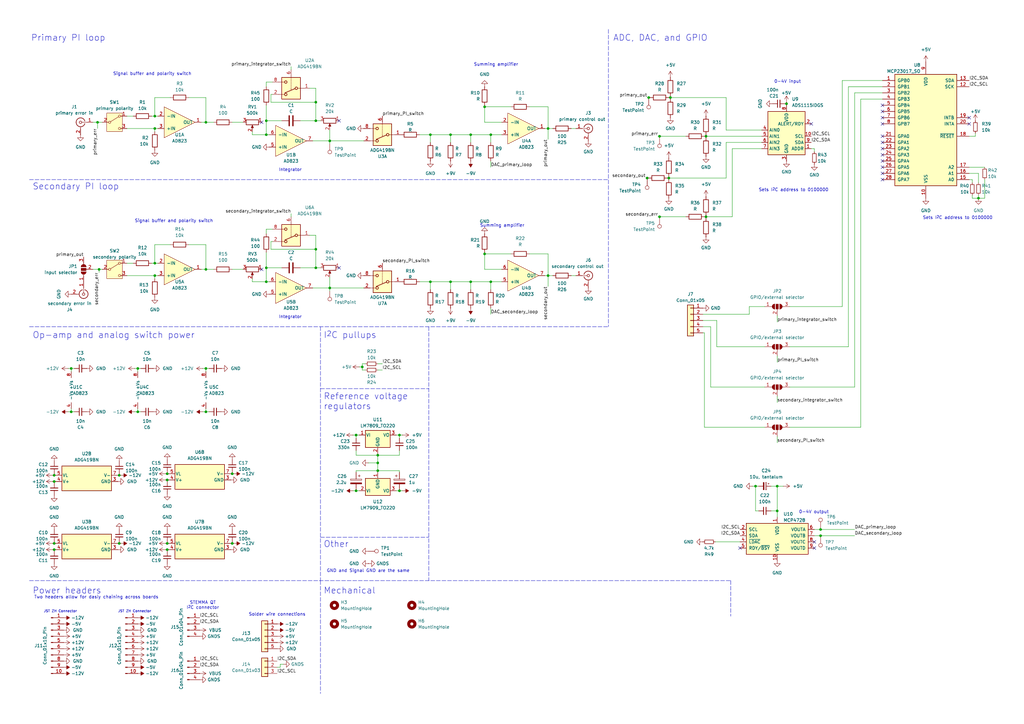
<source format=kicad_sch>
(kicad_sch (version 20231120) (generator "eeschema") (generator_version "8.0")
  (paper "A3")
  (title_block (title "Cascaded analog PI") (comment 1 "Designed by Jack Roth") (comment 2 "Compatible with Hammond Manufacturing series 1457"))
  (junction (at 401.32 81.28))
  (junction (at 154.94 193.04))
  (junction (at 270.51 88.9))
  (junction (at 48.895 222.885))
  (junction (at 289.56 88.9))
  (junction (at 95.25 222.885))
  (junction (at 163.83 178.435))
  (junction (at 56.515 168.91))
  (junction (at 56.515 151.13))
  (junction (at 224.79 52.705))
  (junction (at 266.065 40.005))
  (junction (at 198.755 43.815))
  (junction (at 22.225 197.485))
  (junction (at 274.955 40.005))
  (junction (at 184.785 55.245))
  (junction (at 193.04 55.245))
  (junction (at 146.05 178.435))
  (junction (at 22.225 222.885))
  (junction (at 84.455 151.13))
  (junction (at 109.22 109.855))
  (junction (at 29.21 151.13))
  (junction (at 201.295 115.57))
  (junction (at 135.255 57.785))
  (junction (at 40.005 50.165))
  (junction (at 22.225 194.945))
  (junction (at 336.55 217.17))
  (junction (at 193.04 115.57))
  (junction (at 270.51 55.88))
  (junction (at 201.295 55.245))
  (junction (at 129.54 49.53))
  (junction (at 146.05 201.295))
  (junction (at 129.54 109.855))
  (junction (at 163.83 201.295))
  (junction (at 336.55 219.71))
  (junction (at 198.755 104.14))
  (junction (at 224.79 113.03))
  (junction (at 129.54 102.235))
  (junction (at 68.58 196.85))
  (junction (at 176.53 115.57))
  (junction (at 68.58 194.31))
  (junction (at 95.25 194.31))
  (junction (at 84.455 110.49))
  (junction (at 40.64 110.49))
  (junction (at 309.88 199.39))
  (junction (at 154.94 189.865))
  (junction (at 322.58 42.545))
  (junction (at 68.58 222.885))
  (junction (at 63.5 113.03))
  (junction (at 63.5 107.95))
  (junction (at 265.43 73.025))
  (junction (at 318.77 199.39))
  (junction (at 68.58 225.425))
  (junction (at 289.56 55.88))
  (junction (at 63.5 52.705))
  (junction (at 184.785 115.57))
  (junction (at 109.22 55.245))
  (junction (at 84.455 168.91))
  (junction (at 22.225 225.425))
  (junction (at 148.59 150.495))
  (junction (at 63.5 47.625))
  (junction (at 318.77 209.55))
  (junction (at 135.255 118.11))
  (junction (at 129.54 41.91))
  (junction (at 154.94 186.69))
  (junction (at 84.455 50.165))
  (junction (at 29.21 168.91))
  (junction (at 109.22 49.53))
  (junction (at 48.895 194.945))
  (junction (at 176.53 55.245))
  (junction (at 109.22 115.57))
  (junction (at 274.32 73.025))
  (no_connect (at 334.01 224.79))
  (no_connect (at 361.95 63.5))
  (no_connect (at 139.065 49.53))
  (no_connect (at 107.315 50.165))
  (no_connect (at 361.95 66.04))
  (no_connect (at 332.74 50.8))
  (no_connect (at 107.315 110.49))
  (no_connect (at 397.51 48.26))
  (no_connect (at 361.95 73.66))
  (no_connect (at 361.95 50.8))
  (no_connect (at 361.95 48.26))
  (no_connect (at 361.95 60.96))
  (no_connect (at 139.065 109.855))
  (no_connect (at 361.95 71.12))
  (no_connect (at 361.95 43.18))
  (no_connect (at 303.53 224.79))
  (no_connect (at 397.51 50.8))
  (no_connect (at 334.01 222.25))
  (no_connect (at 361.95 45.72))
  (no_connect (at 361.95 68.58))
  (no_connect (at 361.95 58.42))
  (no_connect (at 361.95 55.88))
  (wire (pts (xy 198.755 50.165) (xy 205.74 50.165)))
  (wire (pts (xy 401.32 71.12) (xy 397.51 71.12)))
  (wire (pts (xy 103.505 55.245) (xy 103.505 53.975)))
  (wire (pts (xy 95.25 110.49) (xy 99.695 110.49)))
  (wire (pts (xy 29.21 168.91) (xy 30.48 168.91)))
  (wire (pts (xy 113.665 273.685) (xy 114.935 273.685)))
  (wire (pts (xy 224.79 113.03) (xy 224.79 117.475)))
  (wire (pts (xy 224.79 43.815) (xy 224.79 52.705)))
  (wire (pts (xy 21.59 197.485) (xy 22.225 197.485)))
  (wire (pts (xy 273.685 73.025) (xy 274.32 73.025)))
  (wire (pts (xy 135.255 118.11) (xy 135.255 119.38)))
  (wire (pts (xy 38.1 50.165) (xy 40.005 50.165)))
  (wire (pts (xy 84.455 40.005) (xy 84.455 50.165)))
  (wire (pts (xy 77.47 40.005) (xy 84.455 40.005)))
  (wire (pts (xy 274.955 40.005) (xy 274.955 39.37)))
  (wire (pts (xy 400.05 54.61) (xy 400.05 55.88)))
  (wire (pts (xy 69.215 196.85) (xy 68.58 196.85)))
  (wire (pts (xy 148.59 150.495) (xy 148.59 151.765)))
  (wire (pts (xy 313.69 158.75) (xy 291.465 158.75)))
  (wire (pts (xy 294.005 131.445) (xy 294.005 142.24)))
  (wire (pts (xy 201.295 128.905) (xy 201.295 126.365)))
  (wire (pts (xy 201.295 115.57) (xy 205.74 115.57)))
  (wire (pts (xy 334.01 219.71) (xy 336.55 219.71)))
  (wire (pts (xy 270.51 55.88) (xy 281.305 55.88)))
  (wire (pts (xy 398.78 73.66) (xy 397.51 73.66)))
  (wire (pts (xy 264.795 73.025) (xy 265.43 73.025)))
  (wire (pts (xy 22.225 222.885) (xy 22.225 222.25)))
  (wire (pts (xy 198.755 103.505) (xy 198.755 104.14)))
  (wire (pts (xy 84.455 100.33) (xy 84.455 110.49)))
  (wire (pts (xy 83.185 168.91) (xy 84.455 168.91)))
  (wire (pts (xy 146.05 184.785) (xy 146.05 186.69)))
  (wire (pts (xy 274.32 73.025) (xy 274.32 73.66)))
  (wire (pts (xy 84.455 110.49) (xy 87.63 110.49)))
  (wire (pts (xy 129.54 96.52) (xy 129.54 102.235)))
  (wire (pts (xy 318.77 129.54) (xy 318.77 132.08)))
  (wire (pts (xy 146.05 178.435) (xy 146.05 179.705)))
  (wire (pts (xy 148.59 149.225) (xy 149.86 149.225)))
  (wire (pts (xy 201.295 55.245) (xy 201.295 58.42)))
  (wire (pts (xy 288.925 136.525) (xy 288.925 175.26)))
  (wire (pts (xy 95.885 222.885) (xy 95.25 222.885)))
  (wire (pts (xy 154.94 193.675) (xy 154.94 193.04)))
  (wire (pts (xy 334.01 62.23) (xy 334.01 60.96)))
  (wire (pts (xy 84.455 167.64) (xy 84.455 168.91)))
  (wire (pts (xy 55.245 151.13) (xy 56.515 151.13)))
  (wire (pts (xy 266.065 40.005) (xy 266.7 40.005)))
  (wire (pts (xy 95.25 222.885) (xy 95.25 222.25)))
  (wire (pts (xy 347.98 35.56) (xy 361.95 35.56)))
  (wire (pts (xy 68.58 194.31) (xy 68.58 193.675)))
  (wire (pts (xy 22.86 222.885) (xy 22.225 222.885)))
  (wire (pts (xy 63.5 113.03) (xy 63.5 114.3)))
  (wire (pts (xy 148.59 149.225) (xy 148.59 150.495)))
  (wire (pts (xy 109.22 115.57) (xy 103.505 115.57)))
  (wire (pts (xy 111.125 38.735) (xy 111.125 41.91)))
  (wire (pts (xy 274.955 40.005) (xy 297.815 40.005)))
  (wire (pts (xy 21.59 194.945) (xy 22.225 194.945)))
  (wire (pts (xy 67.945 222.885) (xy 68.58 222.885)))
  (wire (pts (xy 21.59 222.885) (xy 22.225 222.885)))
  (wire (pts (xy 308.61 199.39) (xy 309.88 199.39)))
  (wire (pts (xy 270.51 88.9) (xy 281.305 88.9)))
  (wire (pts (xy 52.07 107.95) (xy 54.61 107.95)))
  (wire (pts (xy 350.52 158.75) (xy 323.85 158.75)))
  (wire (pts (xy 27.94 151.13) (xy 29.21 151.13)))
  (wire (pts (xy 40.64 110.49) (xy 41.91 110.49)))
  (wire (pts (xy 361.95 33.02) (xy 345.44 33.02)))
  (wire (pts (xy 63.5 100.33) (xy 69.85 100.33)))
  (wire (pts (xy 361.95 38.1) (xy 350.52 38.1)))
  (wire (pts (xy 270.51 88.9) (xy 270.51 89.535)))
  (wire (pts (xy 109.22 55.245) (xy 109.22 49.53)))
  (wire (pts (xy 69.215 225.425) (xy 68.58 225.425)))
  (wire (pts (xy 361.95 40.64) (xy 353.06 40.64)))
  (wire (pts (xy 297.815 40.005) (xy 297.815 53.34)))
  (wire (pts (xy 163.83 178.435) (xy 165.1 178.435)))
  (wire (pts (xy 22.86 225.425) (xy 22.225 225.425)))
  (wire (pts (xy 288.29 128.905) (xy 307.34 128.905)))
  (wire (pts (xy 345.44 33.02) (xy 345.44 125.73)))
  (wire (pts (xy 309.88 209.55) (xy 309.88 199.39)))
  (wire (pts (xy 52.07 47.625) (xy 54.61 47.625)))
  (wire (pts (xy 201.295 55.245) (xy 205.74 55.245)))
  (wire (pts (xy 289.56 55.88) (xy 289.56 55.245)))
  (wire (pts (xy 318.77 209.55) (xy 318.77 199.39)))
  (wire (pts (xy 123.19 49.53) (xy 129.54 49.53)))
  (wire (pts (xy 111.125 41.91) (xy 129.54 41.91)))
  (wire (pts (xy 322.58 41.91) (xy 322.58 42.545)))
  (wire (pts (xy 224.79 113.03) (xy 226.695 113.03)))
  (wire (pts (xy 312.42 60.96) (xy 300.355 60.96)))
  (wire (pts (xy 201.295 115.57) (xy 201.295 118.745)))
  (wire (pts (xy 198.755 43.815) (xy 209.55 43.815)))
  (polyline (pts (xy 131.445 220.345) (xy 175.895 220.345)) (stroke (width 0) (type dash)))
  (wire (pts (xy 234.315 52.705) (xy 236.22 52.705)))
  (wire (pts (xy 318.77 146.05) (xy 318.77 148.59)))
  (wire (pts (xy 40.005 50.165) (xy 41.91 50.165)))
  (wire (pts (xy 353.06 40.64) (xy 353.06 175.26)))
  (wire (pts (xy 111.76 99.06) (xy 111.125 99.06)))
  (wire (pts (xy 109.22 115.57) (xy 109.22 109.855)))
  (wire (pts (xy 309.88 209.55) (xy 311.15 209.55)))
  (wire (pts (xy 69.215 222.885) (xy 68.58 222.885)))
  (wire (pts (xy 82.55 110.49) (xy 84.455 110.49)))
  (wire (pts (xy 401.32 81.28) (xy 403.86 81.28)))
  (wire (pts (xy 29.21 167.64) (xy 29.21 168.91)))
  (wire (pts (xy 154.94 186.055) (xy 154.94 186.69)))
  (wire (pts (xy 55.245 168.91) (xy 56.515 168.91)))
  (wire (pts (xy 318.77 162.56) (xy 318.77 165.1)))
  (wire (pts (xy 95.25 50.165) (xy 99.695 50.165)))
  (wire (pts (xy 48.26 194.945) (xy 48.895 194.945)))
  (wire (pts (xy 49.53 194.945) (xy 48.895 194.945)))
  (wire (pts (xy 334.01 60.96) (xy 332.74 60.96)))
  (wire (pts (xy 127 96.52) (xy 129.54 96.52)))
  (wire (pts (xy 234.315 113.03) (xy 236.22 113.03)))
  (wire (pts (xy 184.785 118.745) (xy 184.785 115.57)))
  (wire (pts (xy 184.785 115.57) (xy 193.04 115.57)))
  (wire (pts (xy 67.945 194.31) (xy 68.58 194.31)))
  (wire (pts (xy 129.54 109.855) (xy 131.445 109.855)))
  (wire (pts (xy 307.34 125.73) (xy 313.69 125.73)))
  (wire (pts (xy 29.21 151.13) (xy 29.21 152.4)))
  (wire (pts (xy 111.76 33.655) (xy 109.22 33.655)))
  (wire (pts (xy 217.17 43.815) (xy 224.79 43.815)))
  (wire (pts (xy 163.83 193.04) (xy 163.83 193.675)))
  (wire (pts (xy 148.59 151.765) (xy 149.86 151.765)))
  (wire (pts (xy 176.53 115.57) (xy 184.785 115.57)))
  (wire (pts (xy 345.44 125.73) (xy 323.85 125.73)))
  (wire (pts (xy 288.925 175.26) (xy 313.69 175.26)))
  (wire (pts (xy 288.925 88.9) (xy 289.56 88.9)))
  (wire (pts (xy 401.32 74.93) (xy 401.32 71.12)))
  (wire (pts (xy 103.505 115.57) (xy 103.505 114.3)))
  (wire (pts (xy 48.895 222.885) (xy 48.895 222.25)))
  (wire (pts (xy 198.755 104.14) (xy 209.55 104.14)))
  (wire (pts (xy 109.22 33.655) (xy 109.22 35.56)))
  (wire (pts (xy 224.79 52.705) (xy 224.79 57.15)))
  (wire (pts (xy 154.94 151.765) (xy 156.845 151.765)))
  (polyline (pts (xy 131.445 238.125) (xy 131.445 284.48)) (stroke (width 0) (type dash)))
  (polyline (pts (xy 12.065 238.125) (xy 299.72 238.125)) (stroke (width 0) (type dash)))
  (wire (pts (xy 63.5 40.005) (xy 69.85 40.005)))
  (wire (pts (xy 347.98 142.24) (xy 347.98 35.56)))
  (wire (pts (xy 193.04 55.245) (xy 201.295 55.245)))
  (wire (pts (xy 269.875 55.88) (xy 270.51 55.88)))
  (wire (pts (xy 109.22 93.98) (xy 109.22 95.885)))
  (wire (pts (xy 128.27 57.785) (xy 135.255 57.785)))
  (wire (pts (xy 109.22 49.53) (xy 115.57 49.53)))
  (polyline (pts (xy 12.065 133.985) (xy 249.555 133.985)) (stroke (width 0) (type dash)))
  (wire (pts (xy 67.945 196.85) (xy 68.58 196.85)))
  (wire (pts (xy 198.755 104.14) (xy 198.755 110.49)))
  (wire (pts (xy 22.86 197.485) (xy 22.225 197.485)))
  (wire (pts (xy 397.51 68.58) (xy 403.86 68.58)))
  (wire (pts (xy 293.37 222.25) (xy 303.53 222.25)))
  (wire (pts (xy 288.29 136.525) (xy 288.925 136.525)))
  (wire (pts (xy 274.32 40.005) (xy 274.955 40.005)))
  (wire (pts (xy 398.78 74.93) (xy 398.78 73.66)))
  (wire (pts (xy 49.53 222.885) (xy 48.895 222.885)))
  (wire (pts (xy 119.38 87.63) (xy 119.38 88.9)))
  (wire (pts (xy 27.94 168.91) (xy 29.21 168.91)))
  (wire (pts (xy 291.465 158.75) (xy 291.465 133.985)))
  (polyline (pts (xy 131.445 159.385) (xy 175.895 159.385)) (stroke (width 0) (type dash)))
  (wire (pts (xy 398.78 80.01) (xy 398.78 81.28)))
  (wire (pts (xy 56.515 151.13) (xy 57.785 151.13)))
  (wire (pts (xy 129.54 102.235) (xy 129.54 109.855)))
  (wire (pts (xy 154.94 193.04) (xy 146.05 193.04)))
  (wire (pts (xy 297.815 53.34) (xy 312.42 53.34)))
  (wire (pts (xy 274.955 40.005) (xy 274.955 40.64)))
  (wire (pts (xy 163.83 201.295) (xy 165.1 201.295)))
  (wire (pts (xy 68.58 222.885) (xy 68.58 222.25)))
  (wire (pts (xy 109.22 55.245) (xy 103.505 55.245)))
  (wire (pts (xy 318.77 212.09) (xy 318.77 209.55)))
  (wire (pts (xy 265.43 73.025) (xy 265.43 73.66)))
  (wire (pts (xy 48.26 222.885) (xy 48.895 222.885)))
  (wire (pts (xy 201.295 68.58) (xy 201.295 66.04)))
  (wire (pts (xy 224.79 52.705) (xy 223.52 52.705)))
  (wire (pts (xy 146.05 178.435) (xy 147.32 178.435)))
  (wire (pts (xy 318.77 209.55) (xy 316.23 209.55)))
  (wire (pts (xy 397.51 55.88) (xy 400.05 55.88)))
  (wire (pts (xy 52.07 52.705) (xy 63.5 52.705)))
  (wire (pts (xy 128.27 118.11) (xy 135.255 118.11)))
  (wire (pts (xy 68.58 225.425) (xy 68.58 226.06)))
  (wire (pts (xy 22.225 225.425) (xy 22.225 226.06)))
  (wire (pts (xy 84.455 168.91) (xy 85.725 168.91)))
  (wire (pts (xy 198.755 43.815) (xy 198.755 50.165)))
  (wire (pts (xy 289.56 88.9) (xy 289.56 89.535)))
  (wire (pts (xy 63.5 47.625) (xy 64.77 47.625)))
  (wire (pts (xy 318.77 179.07) (xy 318.77 181.61)))
  (wire (pts (xy 162.56 178.435) (xy 163.83 178.435)))
  (wire (pts (xy 154.94 186.69) (xy 163.83 186.69)))
  (wire (pts (xy 184.785 55.245) (xy 193.04 55.245)))
  (wire (pts (xy 22.86 194.945) (xy 22.225 194.945)))
  (wire (pts (xy 266.065 40.005) (xy 266.065 40.64)))
  (wire (pts (xy 297.815 73.025) (xy 297.815 58.42)))
  (wire (pts (xy 114.935 272.415) (xy 114.935 273.685)))
  (wire (pts (xy 135.255 118.11) (xy 149.225 118.11)))
  (wire (pts (xy 22.225 194.945) (xy 22.225 194.31)))
  (wire (pts (xy 224.79 52.705) (xy 226.695 52.705)))
  (wire (pts (xy 135.255 57.785) (xy 149.225 57.785)))
  (wire (pts (xy 40.005 50.165) (xy 40.005 52.705)))
  (wire (pts (xy 270.51 55.88) (xy 270.51 56.515)))
  (wire (pts (xy 109.22 103.505) (xy 109.22 109.855)))
  (wire (pts (xy 62.23 47.625) (xy 63.5 47.625)))
  (wire (pts (xy 56.515 168.91) (xy 57.785 168.91)))
  (wire (pts (xy 336.55 217.17) (xy 350.52 217.17)))
  (wire (pts (xy 135.255 57.785) (xy 135.255 53.34)))
  (wire (pts (xy 135.255 118.11) (xy 135.255 113.665)))
  (wire (pts (xy 274.32 73.025) (xy 274.32 72.39)))
  (wire (pts (xy 22.225 197.485) (xy 22.225 198.12)))
  (wire (pts (xy 176.53 55.245) (xy 184.785 55.245)))
  (wire (pts (xy 265.43 73.025) (xy 266.065 73.025)))
  (wire (pts (xy 52.07 113.03) (xy 63.5 113.03)))
  (wire (pts (xy 172.085 115.57) (xy 176.53 115.57)))
  (wire (pts (xy 146.05 201.295) (xy 147.32 201.295)))
  (wire (pts (xy 288.29 131.445) (xy 294.005 131.445)))
  (wire (pts (xy 198.755 110.49) (xy 205.74 110.49)))
  (wire (pts (xy 297.815 58.42) (xy 312.42 58.42)))
  (wire (pts (xy 193.04 115.57) (xy 193.04 118.745)))
  (wire (pts (xy 154.94 193.04) (xy 163.83 193.04)))
  (wire (pts (xy 151.13 189.865) (xy 154.94 189.865)))
  (wire (pts (xy 111.76 38.735) (xy 111.125 38.735)))
  (polyline (pts (xy 175.895 133.985) (xy 175.895 238.125)) (stroke (width 0) (type dash)))
  (wire (pts (xy 198.755 43.18) (xy 198.755 43.815)))
  (wire (pts (xy 274.32 73.025) (xy 297.815 73.025)))
  (wire (pts (xy 56.515 167.64) (xy 56.515 168.91)))
  (wire (pts (xy 94.615 222.885) (xy 95.25 222.885)))
  (wire (pts (xy 135.255 57.785) (xy 135.255 59.055)))
  (wire (pts (xy 350.52 38.1) (xy 350.52 158.75)))
  (wire (pts (xy 68.58 196.85) (xy 68.58 197.485)))
  (wire (pts (xy 63.5 113.03) (xy 64.77 113.03)))
  (wire (pts (xy 123.19 109.855) (xy 129.54 109.855)))
  (wire (pts (xy 154.94 189.865) (xy 154.94 193.04)))
  (wire (pts (xy 163.83 184.785) (xy 163.83 186.69)))
  (wire (pts (xy 84.455 50.165) (xy 87.63 50.165)))
  (wire (pts (xy 29.21 151.13) (xy 30.48 151.13)))
  (wire (pts (xy 307.34 128.905) (xy 307.34 125.73)))
  (wire (pts (xy 116.205 272.415) (xy 114.935 272.415)))
  (wire (pts (xy 63.5 47.625) (xy 63.5 40.005)))
  (wire (pts (xy 398.78 81.28) (xy 401.32 81.28)))
  (wire (pts (xy 95.885 194.31) (xy 95.25 194.31)))
  (wire (pts (xy 21.59 225.425) (xy 22.225 225.425)))
  (wire (pts (xy 289.56 55.88) (xy 289.56 56.515)))
  (wire (pts (xy 146.05 186.69) (xy 154.94 186.69)))
  (wire (pts (xy 63.5 52.705) (xy 64.77 52.705)))
  (wire (pts (xy 217.17 104.14) (xy 224.79 104.14)))
  (wire (pts (xy 289.56 88.9) (xy 289.56 88.265)))
  (wire (pts (xy 69.215 194.31) (xy 68.58 194.31)))
  (wire (pts (xy 62.23 107.95) (xy 63.5 107.95)))
  (wire (pts (xy 144.78 201.295) (xy 146.05 201.295)))
  (wire (pts (xy 184.785 58.42) (xy 184.785 55.245)))
  (polyline (pts (xy 131.445 133.985) (xy 131.445 238.125)) (stroke (width 0) (type dash)))
  (wire (pts (xy 146.05 193.04) (xy 146.05 193.675)))
  (wire (pts (xy 318.77 199.39) (xy 316.23 199.39)))
  (wire (pts (xy 291.465 133.985) (xy 288.29 133.985)))
  (wire (pts (xy 294.005 142.24) (xy 313.69 142.24)))
  (wire (pts (xy 289.56 88.9) (xy 300.355 88.9)))
  (wire (pts (xy 109.22 43.18) (xy 109.22 49.53)))
  (wire (pts (xy 336.55 219.71) (xy 350.52 219.71)))
  (wire (pts (xy 83.185 151.13) (xy 84.455 151.13)))
  (wire (pts (xy 67.945 225.425) (xy 68.58 225.425)))
  (wire (pts (xy 110.49 115.57) (xy 109.22 115.57)))
  (wire (pts (xy 321.945 42.545) (xy 322.58 42.545)))
  (wire (pts (xy 129.54 41.91) (xy 129.54 49.53)))
  (wire (pts (xy 144.78 178.435) (xy 146.05 178.435)))
  (wire (pts (xy 322.58 42.545) (xy 322.58 43.18)))
  (wire (pts (xy 224.79 104.14) (xy 224.79 113.03)))
  (wire (pts (xy 172.085 55.245) (xy 176.53 55.245)))
  (polyline (pts (xy 249.555 12.065) (xy 249.555 133.985)) (stroke (width 0) (type dash)))
  (wire (pts (xy 353.06 175.26) (xy 323.85 175.26)))
  (wire (pts (xy 323.85 142.24) (xy 347.98 142.24)))
  (wire (pts (xy 111.76 93.98) (xy 109.22 93.98)))
  (wire (pts (xy 193.04 115.57) (xy 201.295 115.57)))
  (wire (pts (xy 110.49 55.245) (xy 109.22 55.245)))
  (wire (pts (xy 147.32 150.495) (xy 148.59 150.495)))
  (wire (pts (xy 63.5 52.705) (xy 63.5 53.975)))
  (wire (pts (xy 119.38 27.305) (xy 119.38 28.575)))
  (wire (pts (xy 265.43 40.005) (xy 266.065 40.005)))
  (wire (pts (xy 154.94 186.69) (xy 154.94 189.865)))
  (wire (pts (xy 84.455 151.13) (xy 85.725 151.13)))
  (wire (pts (xy 48.895 194.945) (xy 48.895 194.31)))
  (wire (pts (xy 154.94 149.225) (xy 156.845 149.225)))
  (wire (pts (xy 109.22 109.855) (xy 115.57 109.855)))
  (wire (pts (xy 193.04 55.245) (xy 193.04 58.42)))
  (polyline (pts (xy 299.72 238.125) (xy 299.72 252.73)) (stroke (width 0) (type dash)))
  (wire (pts (xy 94.615 194.31) (xy 95.25 194.31)))
  (wire (pts (xy 318.77 199.39) (xy 321.31 199.39)))
  (wire (pts (xy 129.54 36.195) (xy 129.54 41.91)))
  (wire (pts (xy 40.64 110.49) (xy 40.64 111.76)))
  (wire (pts (xy 334.01 217.17) (xy 336.55 217.17)))
  (wire (pts (xy 162.56 201.295) (xy 163.83 201.295)))
  (polyline (pts (xy 12.065 73.66) (xy 249.555 73.66)) (stroke (width 0) (type dash)))
  (wire (pts (xy 56.515 151.13) (xy 56.515 152.4)))
  (wire (pts (xy 95.25 194.31) (xy 95.25 193.675)))
  (wire (pts (xy 300.355 60.96) (xy 300.355 88.9)))
  (wire (pts (xy 223.52 113.03) (xy 224.79 113.03)))
  (wire (pts (xy 336.55 219.71) (xy 336.55 220.345)))
  (wire (pts (xy 129.54 49.53) (xy 131.445 49.53)))
  (wire (pts (xy 163.83 178.435) (xy 163.83 179.705)))
  (wire (pts (xy 111.125 99.06) (xy 111.125 102.235)))
  (wire (pts (xy 111.125 102.235) (xy 129.54 102.235)))
  (wire (pts (xy 176.53 118.745) (xy 176.53 115.57)))
  (wire (pts (xy 82.55 50.165) (xy 84.455 50.165)))
  (wire (pts (xy 309.88 199.39) (xy 311.15 199.39)))
  (wire (pts (xy 403.86 81.28) (xy 403.86 73.66)))
  (wire (pts (xy 84.455 151.13) (xy 84.455 152.4)))
  (wire (pts (xy 176.53 58.42) (xy 176.53 55.245)))
  (wire (pts (xy 289.56 55.88) (xy 312.42 55.88)))
  (wire (pts (xy 288.925 55.88) (xy 289.56 55.88)))
  (wire (pts (xy 63.5 107.95) (xy 63.5 100.33)))
  (wire (pts (xy 63.5 107.95) (xy 64.77 107.95)))
  (wire (pts (xy 336.55 216.535) (xy 336.55 217.17)))
  (wire (pts (xy 77.47 100.33) (xy 84.455 100.33)))
  (wire (pts (xy 38.1 110.49) (xy 40.64 110.49)))
  (wire (pts (xy 401.32 80.01) (xy 401.32 81.28)))
  (wire (pts (xy 127 36.195) (xy 129.54 36.195)))
  (wire (pts (xy 269.875 88.9) (xy 270.51 88.9)))
  (text "JST ZH Connector" (at 55.245 250.825 0) (effects (font (size 1 1))))
  (text "GND and Signal GND are the same" (at 133.985 234.95 0) (effects (font (size 1.27 1.27)) (justify left bottom)))
  (text "Signal buffer and polarity switch" (at 55.245 91.44 0) (effects (font (size 1.27 1.27)) (justify left bottom)))
  (text "Summing amplifier" (at 196.85 93.345 0) (effects (font (size 1.27 1.27)) (justify left bottom)))
  (text "Mechanical" (at 132.715 243.84 0) (effects (font (size 2.54 2.54)) (justify left bottom)))
  (text "Sets I^{2}C address to 0100000" (at 378.46 90.17 0) (effects (font (size 1.27 1.27)) (justify left bottom)))
  (text "Op-amp and analog switch power" (at 13.335 139.065 0) (effects (font (size 2.54 2.54)) (justify left bottom)))
  (text "Primary PI loop" (at 12.7 17.145 0) (effects (font (size 2.54 2.54)) (justify left bottom)))
  (text "JST ZH Connector" (at 24.765 250.825 0) (effects (font (size 1 1))))
  (text "Power headers" (at 13.335 243.84 0) (effects (font (size 2.54 2.54)) (justify left bottom)))
  (text "Solder wire connections" (at 113.665 252.095 0) (effects (font (size 1.27 1.27))))
  (text "Integrator" (at 114.3 70.485 0) (effects (font (size 1.27 1.27)) (justify left bottom)))
  (text "Two headers allow for dasiy chaining across boards" (at 13.97 245.745 0) (effects (font (size 1.27 1.27)) (justify left bottom)))
  (text "I^{2}C pullups" (at 132.715 139.065 0) (effects (font (size 2.54 2.54)) (justify left bottom)))
  (text "Other" (at 132.715 224.79 0) (effects (font (size 2.54 2.54)) (justify left bottom)))
  (text "Sets I^{2}C address to 0100000" (at 311.15 78.74 0) (effects (font (size 1.27 1.27)) (justify left bottom)))
  (text "ADC, DAC, and GPIO" (at 251.46 17.145 0) (effects (font (size 2.54 2.54)) (justify left bottom)))
  (text "Summing amplifier" (at 194.31 27.305 0) (effects (font (size 1.27 1.27)) (justify left bottom)))
  (text "0-4V output" (at 327.66 210.82 0) (effects (font (size 1.27 1.27)) (justify left bottom)))
  (text "Reference voltage\nregulators" (at 132.715 168.275 0) (effects (font (size 2.54 2.54)) (justify left bottom)))
  (text "STEMMA QT\nI^{2}C connector" (at 83.185 248.285 0) (effects (font (size 1.27 1.27))))
  (text "Secondary PI loop" (at 13.335 78.105 0) (effects (font (size 2.54 2.54)) (justify left bottom)))
  (text "Signal buffer and polarity switch" (at 46.355 31.115 0) (effects (font (size 1.27 1.27)) (justify left bottom)))
  (text "0-4V input" (at 317.5 34.29 0) (effects (font (size 1.27 1.27)) (justify left bottom)))
  (text "Integrator" (at 114.3 130.81 0) (effects (font (size 1.27 1.27)) (justify left bottom)))
  (label "I2C_SDA" (at 156.845 149.225 0))
  (label "I2C_SCL" (at 113.665 276.225 0))
  (label "I2C_SDA" (at 113.665 271.145 0))
  (label "primary_out" (at 224.79 57.15 270))
  (label "primary_PI_switch" (at 156.845 47.625 0))
  (label "primary_out" (at 34.29 105.41 180))
  (label "I2C_SCL" (at 397.51 35.56 0))
  (label "secondary_out" (at 224.79 117.475 270))
  (label "I2C_SDA" (at 397.51 33.02 0))
  (label "I2C_SCL" (at 81.915 271.145 0))
  (label "I2C_SDA" (at 81.915 273.685 0))
  (label "secondary_err" (at 269.875 88.9 180))
  (label "DAC_secondary_loop" (at 350.52 219.71 0))
  (label "I2C_SDA" (at 303.53 219.71 180))
  (label "primary_integrator_switch" (at 119.38 27.305 180))
  (label "secondary_PI_switch" (at 156.845 107.95 0))
  (label "DAC_primary_loop" (at 201.295 68.58 0))
  (label "DAC_secondary_loop" (at 201.295 128.905 0))
  (label "secondary_out" (at 264.795 73.025 180))
  (label "I2C_SCL" (at 303.53 217.17 180))
  (label "secondary_err" (at 40.64 111.76 270))
  (label "primary_integrator_switch" (at 318.77 132.08 0))
  (label "primary_err" (at 269.875 55.88 180))
  (label "I2C_SCL" (at 81.915 253.365 0))
  (label "primary_PI_switch" (at 318.77 148.59 0))
  (label "I2C_SCL" (at 156.845 151.765 0))
  (label "I2C_SDA" (at 81.915 255.905 0))
  (label "primary_out" (at 265.43 40.005 180))
  (label "I2C_SCL" (at 332.74 55.88 0))
  (label "secondary_integrator_switch" (at 318.77 165.1 0))
  (label "I2C_SDA" (at 332.74 58.42 0))
  (label "secondary_integrator_switch" (at 119.38 87.63 180))
  (label "primary_err" (at 40.005 52.705 270))
  (label "DAC_primary_loop" (at 350.52 217.17 0))
  (label "secondary_PI_switch" (at 318.77 181.61 0))
  (symbol (lib_id "power:GND") (at 48.26 225.425 90) (unit 1)
    (property "Reference" "#PWR06" (effects (hide yes)))
    (property "Value" "GND" (at 52.07 225.425 90) (effects (justify right)))
    (property "Description" "Power symbol creates a global label with name \"GND\" , ground" (effects (hide yes)))
  )
  (symbol (lib_id "power:GND") (at 289.56 64.135 0) (unit 1)
    (property "Reference" "#PWR036" (effects (hide yes)))
    (property "Value" "GND" (at 289.56 68.58 0))
    (property "Description" "Power symbol creates a global label with name \"GND\" , ground" (effects (hide yes)))
  )
  (symbol (lib_id "Mechanical:MountingHole") (at 168.91 255.905 0) (unit 1) (exclude_from_sim yes) (in_bom no)
    (property "Reference" "H6" (at 171.45 254.6349 0) (effects (justify left)))
    (property "Value" "MountingHole" (at 171.45 257.1749 0) (effects (justify left)))
    (property "Footprint" "MountingHole:MountingHole_3.2mm_M3" (effects (hide yes)))
    (property "Description" "Mounting Hole without connection" (effects (hide yes)))
  )
  (symbol (lib_id "Device:C_Small") (at 33.02 151.13 90) (unit 1)
    (property "Reference" "C3" (at 33.0263 144.78 90))
    (property "Value" "10n" (at 33.0263 147.32 90))
    (property "Footprint" "Capacitor_SMD:C_0805_2012Metric" (effects (hide yes)))
    (property "Description" "Unpolarized capacitor, small symbol" (effects (hide yes)))
    (property "JLCPCB PN" "C1710" (effects (hide yes)))
  )
  (symbol (lib_id "Device:C_Small") (at 48.895 219.71 0) (unit 1)
    (property "Reference" "C9" (at 51.435 218.4463 0) (effects (justify left)))
    (property "Value" "100n" (at 51.435 220.9863 0) (effects (justify left)))
    (property "Footprint" "Capacitor_SMD:C_0805_2012Metric" (effects (hide yes)))
    (property "Description" "Unpolarized capacitor, small symbol" (effects (hide yes)))
    (property "JLCPCB PN" "C28233" (effects (hide yes)))
  )
  (symbol (lib_id "power:GND") (at 35.56 168.91 90) (unit 1)
    (property "Reference" "#PWR061" (effects (hide yes)))
    (property "Value" "GND" (at 39.37 168.91 90) (effects (justify right)))
    (property "Description" "Power symbol creates a global label with name \"GND\" , ground" (effects (hide yes)))
  )
  (symbol (lib_id "Device:C_Small") (at 313.69 209.55 270) (mirror x) (unit 1)
    (property "Reference" "C22" (at 313.6836 203.2 90))
    (property "Value" "100n" (at 313.6836 205.74 90))
    (property "Footprint" "Capacitor_SMD:C_0805_2012Metric" (effects (hide yes)))
    (property "Description" "Unpolarized capacitor, small symbol" (effects (hide yes)))
    (property "JLCPCB PN" "C28233" (effects (hide yes)))
  )
  (symbol (lib_id "power:-5V") (at 113.665 258.445 270) (unit 1)
    (property "Reference" "#PWR0128" (effects (hide yes)))
    (property "Value" "-5V" (at 116.84 258.445 90) (effects (justify left)))
    (property "Description" "Power symbol creates a global label with name \"-5V\"" (effects (hide yes)))
  )
  (symbol (lib_id "Device:R_Small") (at 334.01 64.77 180) (unit 1)
    (property "Reference" "R43" (at 335.28 63.5 0) (effects (justify right)))
    (property "Value" "10k" (at 335.28 66.04 0) (effects (justify right)))
    (property "Footprint" "Resistor_SMD:R_0805_2012Metric" (effects (hide yes)))
    (property "Description" "Resistor, small symbol" (effects (hide yes)))
    (property "JLCPCB PN" "C17414" (effects (hide yes)))
  )
  (symbol (lib_id "Regulator_Linear:LM7909_TO220") (at 154.94 201.295 0) (unit 1)
    (property "Reference" "U12" (at 154.94 205.74 0))
    (property "Value" "LM7909_TO220" (at 154.94 208.28 0))
    (property "Footprint" "Package_TO_SOT_THT:TO-220-3_Vertical" (effects (hide yes)))
    (property "Datasheet" "https://www.onsemi.com/pub/Collateral/MC7900-D.PDF" (effects (hide yes)))
    (property "Description" "Negative 1A 35V Linear Regulator, Fixed Output 9V, TO-220" (effects (hide yes)))
  )
  (symbol (lib_id "power:+12V") (at 83.185 151.13 90) (unit 1)
    (property "Reference" "#PWR075" (effects (hide yes)))
    (property "Value" "+12V" (at 79.375 151.13 90) (effects (justify left)))
    (property "Description" "Power symbol creates a global label with name \"+12V\"" (effects (hide yes)))
  )
  (symbol (lib_id "Device:R") (at 289.56 84.455 0) (unit 1)
    (property "Reference" "R37" (at 292.1 83.185 0) (effects (justify left)))
    (property "Value" "R" (at 292.1 85.725 0) (effects (justify left)))
    (property "Footprint" "Resistor_THT:R_Axial_DIN0309_L9.0mm_D3.2mm_P2.54mm_Vertical" (effects (hide yes)))
    (property "Description" "Resistor" (effects (hide yes)))
  )
  (symbol (lib_id "Device:R") (at 168.275 115.57 90) (unit 1)
    (property "Reference" "R16" (at 168.275 111.125 90))
    (property "Value" "R" (at 168.275 113.665 90))
    (property "Footprint" "Resistor_THT:R_Axial_DIN0309_L9.0mm_D3.2mm_P2.54mm_Vertical" (effects (hide yes)))
    (property "Description" "Resistor" (effects (hide yes)))
  )
  (symbol (lib_id "power:VBUS") (at 81.915 276.225 270) (unit 1)
    (property "Reference" "#PWR0125" (effects (hide yes)))
    (property "Value" "VBUS" (at 85.725 276.2249 90) (effects (justify left)))
    (property "Description" "Power symbol creates a global label with name \"VBUS\"" (effects (hide yes)))
  )
  (symbol (lib_id "power:GND") (at 63.5 121.92 0) (unit 1)
    (property "Reference" "#PWR074" (effects (hide yes)))
    (property "Value" "GND" (at 63.5 127 0))
    (property "Description" "Power symbol creates a global label with name \"GND\" , ground" (effects (hide yes)))
  )
  (symbol (lib_id "power:+5V") (at 26.035 268.605 270) (unit 1)
    (property "Reference" "#PWR0109" (effects (hide yes)))
    (property "Value" "+5V" (at 29.21 268.605 90) (effects (justify left)))
    (property "Description" "Power symbol creates a global label with name \"+5V\"" (effects (hide yes)))
  )
  (symbol (lib_id "power:GND") (at 288.29 222.25 270) (unit 1)
    (property "Reference" "#PWR055" (effects (hide yes)))
    (property "Value" "GND" (at 284.48 222.25 90) (effects (justify right)))
    (property "Description" "Power symbol creates a global label with name \"GND\" , ground" (effects (hide yes)))
  )
  (symbol (lib_id "power:GND") (at 401.32 81.28 0) (unit 1)
    (property "Reference" "#PWR048" (effects (hide yes)))
    (property "Value" "GND" (at 401.32 86.36 0))
    (property "Description" "Power symbol creates a global label with name \"GND\" , ground" (effects (hide yes)))
  )
  (symbol (lib_id "power:-12V") (at 49.53 194.945 270) (unit 1)
    (property "Reference" "#PWR014" (effects (hide yes)))
    (property "Value" "-12V" (at 52.705 194.945 90) (effects (justify left)))
    (property "Description" "Power symbol creates a global label with name \"-12V\"" (effects (hide yes)))
  )
  (symbol (lib_id "Connector:TestPoint") (at 151.13 226.06 270) (unit 1)
    (property "Reference" "TP1" (at 156.21 224.7899 90) (effects (justify left)))
    (property "Value" "TestPoint" (at 156.21 227.3299 90) (effects (justify left)))
    (property "Footprint" "TestPoint:TestPoint_THTPad_1.5x1.5mm_Drill0.7mm" (effects (hide yes)))
    (property "Description" "test point" (effects (hide yes)))
  )
  (symbol (lib_id "Device:C") (at 119.38 109.855 90) (unit 1)
    (property "Reference" "C2" (at 119.38 103.505 90))
    (property "Value" "C" (at 119.38 106.045 90))
    (property "Footprint" "Capacitor_THT:C_Disc_D7.0mm_W2.5mm_P5.00mm" (effects (hide yes)))
    (property "Description" "Unpolarized capacitor" (effects (hide yes)))
  )
  (symbol (lib_id "Device:C_Small") (at 22.225 200.66 180) (unit 1)
    (property "Reference" "C13" (at 19.685 201.9237 0) (effects (justify left)))
    (property "Value" "100n" (at 19.685 199.3837 0) (effects (justify left)))
    (property "Footprint" "Capacitor_SMD:C_0805_2012Metric" (effects (hide yes)))
    (property "Description" "Unpolarized capacitor, small symbol" (effects (hide yes)))
    (property "JLCPCB PN" "C28233" (effects (hide yes)))
  )
  (symbol (lib_id "power:GND") (at 33.02 55.245 0) (unit 1)
    (property "Reference" "#PWR059" (effects (hide yes)))
    (property "Value" "GND" (at 33.02 60.325 0))
    (property "Description" "Power symbol creates a global label with name \"GND\" , ground" (effects (hide yes)))
  )
  (symbol (lib_id "Device:R") (at 270.51 40.005 90) (unit 1)
    (property "Reference" "R28" (at 270.51 34.29 90))
    (property "Value" "R" (at 270.51 36.83 90))
    (property "Footprint" "Resistor_THT:R_Axial_DIN0309_L9.0mm_D3.2mm_P2.54mm_Vertical" (effects (hide yes)))
    (property "Description" "Resistor" (effects (hide yes)))
  )
  (symbol (lib_id "power:-12V") (at 27.94 168.91 90) (unit 1)
    (property "Reference" "#PWR057" (effects (hide yes)))
    (property "Value" "-12V" (at 24.13 168.91 90) (effects (justify left)))
    (property "Description" "Power symbol creates a global label with name \"-12V\"" (effects (hide yes)))
  )
  (symbol (lib_id "power:GND") (at 149.225 113.03 270) (unit 1)
    (property "Reference" "#PWR042" (effects (hide yes)))
    (property "Value" "GND" (at 146.05 113.0299 90) (effects (justify right)))
    (property "Description" "Power symbol creates a global label with name \"GND\" , ground" (effects (hide yes)))
  )
  (symbol (lib_id "power:GND") (at 113.665 266.065 90) (unit 1)
    (property "Reference" "#PWR0131" (effects (hide yes)))
    (property "Value" "GND" (at 117.475 266.065 90) (effects (justify right)))
    (property "Description" "Power symbol creates a global label with name \"GND\" , ground" (effects (hide yes)))
  )
  (symbol (lib_id "Device:R") (at 109.22 39.37 0) (unit 1)
    (property "Reference" "R45" (at 106.68 38.0999 0) (effects (justify right)))
    (property "Value" "100" (at 106.68 40.6399 0) (effects (justify right)))
    (property "Footprint" "Resistor_SMD:R_0805_2012Metric" (effects (hide yes)))
    (property "Description" "Resistor" (effects (hide yes)))
    (property "JLCPCB PN" "C17408" (effects (hide yes)))
  )
  (symbol (lib_id "Device:R") (at 230.505 113.03 270) (mirror x) (unit 1)
    (property "Reference" "R26" (at 230.505 118.745 90))
    (property "Value" "100" (at 230.505 116.205 90))
    (property "Footprint" "Resistor_SMD:R_0805_2012Metric" (effects (hide yes)))
    (property "Description" "Resistor" (effects (hide yes)))
    (property "JLCPCB PN" "C17408" (effects (hide yes)))
  )
  (symbol (lib_id "Connector:TestPoint") (at 270.51 89.535 0) (mirror x) (unit 1)
    (property "Reference" "TP5" (at 268.605 91.5669 0) (effects (justify right)))
    (property "Value" "TestPoint" (at 268.605 94.1069 0) (effects (justify right)))
    (property "Footprint" "TestPoint:TestPoint_THTPad_1.5x1.5mm_Drill0.7mm" (effects (hide yes)))
    (property "Description" "test point" (effects (hide yes)))
  )
  (symbol (lib_id "power:GND") (at 90.805 151.13 90) (unit 1)
    (property "Reference" "#PWR084" (effects (hide yes)))
    (property "Value" "GND" (at 94.615 151.13 90) (effects (justify right)))
    (property "Description" "Power symbol creates a global label with name \"GND\" , ground" (effects (hide yes)))
  )
  (symbol (lib_id "Analog_Switch:ADG419BN") (at 119.38 96.52 180) (unit 1)
    (property "Reference" "U6" (at 127 85.09 0))
    (property "Value" "ADG419BN" (at 127 87.63 0))
    (property "Footprint" "Package_DIP:DIP-8_W7.62mm" (effects (hide yes)))
    (property "Datasheet" "https://www.analog.com/media/en/technical-documentation/data-sheets/ADG419.pdf" (effects (hide yes)))
    (property "Description" "Single SPDT Monolithic LC²MOS Analog Switch, 25Ohm Ron, DIP-8" (effects (hide yes)))
    (property "Digikey PN" "505-ADG419BNZ-ND" (effects (hide yes)))
  )
  (symbol (lib_id "power:+5V") (at 289.56 80.645 0) (unit 1)
    (property "Reference" "#PWR039" (effects (hide yes)))
    (property "Value" "+5V" (at 289.56 75.565 0))
    (property "Description" "Power symbol creates a global label with name \"+5V\"" (effects (hide yes)))
  )
  (symbol (lib_id "power:+12V") (at 56.515 266.065 270) (unit 1)
    (property "Reference" "#PWR0118" (effects (hide yes)))
    (property "Value" "+12V" (at 59.69 266.065 90) (effects (justify left)))
    (property "Description" "Power symbol creates a global label with name \"+12V\"" (effects (hide yes)))
  )
  (symbol (lib_id "matterwaves:AD823") (at 74.93 50.165 0) (unit 1)
    (property "Reference" "U1" (at 73.66 55.245 0))
    (property "Value" "AD823" (at 73.66 57.785 0))
    (property "Footprint" "Package_DIP:DIP-8_W7.62mm" (effects (hide yes)))
    (property "Digikey PN" "AD823ANZ-ND" (effects (hide yes)))
  )
  (symbol (lib_id "Device:R_Small") (at 403.86 71.12 180) (unit 1)
    (property "Reference" "R42" (at 405.13 69.85 0) (effects (justify right)))
    (property "Value" "10k" (at 405.13 72.39 0) (effects (justify right)))
    (property "Footprint" "Resistor_SMD:R_0805_2012Metric" (effects (hide yes)))
    (property "Description" "Resistor, small symbol" (effects (hide yes)))
    (property "JLCPCB PN" "C17414" (effects (hide yes)))
  )
  (symbol (lib_id "power:GNDS") (at 81.915 260.985 90) (unit 1)
    (property "Reference" "#PWR0124" (effects (hide yes)))
    (property "Value" "GNDS" (at 85.09 260.985 90) (effects (justify right)))
    (property "Description" "Power symbol creates a global label with name \"GNDS\" , signal ground" (effects (hide yes)))
  )
  (symbol (lib_id "Mechanical:MountingHole") (at 137.16 248.285 0) (unit 1) (exclude_from_sim yes) (in_bom no)
    (property "Reference" "H3" (at 139.7 247.0149 0) (effects (justify left)))
    (property "Value" "MountingHole" (at 139.7 249.5549 0) (effects (justify left)))
    (property "Footprint" "MountingHole:MountingHole_3.2mm_M3" (effects (hide yes)))
    (property "Description" "Mounting Hole without connection" (effects (hide yes)))
  )
  (symbol (lib_id "Device:R_Small") (at 290.83 222.25 270) (unit 1)
    (property "Reference" "R49" (at 290.83 227.33 90))
    (property "Value" "4.7k" (at 290.83 224.79 90))
    (property "Footprint" "Resistor_SMD:R_0805_2012Metric" (effects (hide yes)))
    (property "Description" "Resistor, small symbol" (effects (hide yes)))
    (property "JLCPCB PN" "C17673" (effects (hide yes)))
  )
  (symbol (lib_id "Connector:TestPoint") (at 135.255 59.055 180) (unit 1)
    (property "Reference" "TP9" (at 137.16 61.0869 0) (effects (justify right)))
    (property "Value" "TestPoint" (at 137.16 63.6269 0) (effects (justify right)))
    (property "Footprint" "TestPoint:TestPoint_THTPad_1.5x1.5mm_Drill0.7mm" (effects (hide yes)))
    (property "Description" "test point" (effects (hide yes)))
  )
  (symbol (lib_id "Device:R") (at 58.42 107.95 90) (unit 1)
    (property "Reference" "R12" (at 58.42 101.6 90))
    (property "Value" "10k" (at 58.42 104.14 90))
    (property "Footprint" "Resistor_SMD:R_0805_2012Metric" (effects (hide yes)))
    (property "Description" "Resistor" (effects (hide yes)))
    (property "JLCPCB PN" "C17414" (effects (hide yes)))
  )
  (symbol (lib_id "power:GND") (at 110.49 120.65 270) (unit 1)
    (property "Reference" "#PWR087" (effects (hide yes)))
    (property "Value" "GND" (at 107.315 120.65 90) (effects (justify right)))
    (property "Description" "Power symbol creates a global label with name \"GND\" , ground" (effects (hide yes)))
  )
  (symbol (lib_id "power:-12V") (at 83.185 168.91 90) (unit 1)
    (property "Reference" "#PWR076" (effects (hide yes)))
    (property "Value" "-12V" (at 79.375 168.91 90) (effects (justify left)))
    (property "Description" "Power symbol creates a global label with name \"-12V\"" (effects (hide yes)))
  )
  (symbol (lib_id "power:GND") (at 289.56 97.155 0) (unit 1)
    (property "Reference" "#PWR040" (effects (hide yes)))
    (property "Value" "GND" (at 289.56 101.6 0))
    (property "Description" "Power symbol creates a global label with name \"GND\" , ground" (effects (hide yes)))
  )
  (symbol (lib_id "power:GND") (at 379.73 81.28 0) (unit 1)
    (property "Reference" "#PWR045" (effects (hide yes)))
    (property "Value" "GND" (at 379.73 86.36 0))
    (property "Description" "Power symbol creates a global label with name \"GND\" , ground" (effects (hide yes)))
  )
  (symbol (lib_id "Analog_Switch:ADG419BN") (at 81.915 196.85 90) (unit 2)
    (property "Reference" "U6" (at 81.915 185.42 90))
    (property "Value" "ADG419BN" (at 81.915 187.96 90))
    (property "Footprint" "Package_DIP:DIP-8_W7.62mm" (effects (hide yes)))
    (property "Datasheet" "https://www.analog.com/media/en/technical-documentation/data-sheets/ADG419.pdf" (effects (hide yes)))
    (property "Description" "Single SPDT Monolithic LC²MOS Analog Switch, 25Ohm Ron, DIP-8" (effects (hide yes)))
    (property "Digikey PN" "505-ADG419BNZ-ND" (effects (hide yes)))
  )
  (symbol (lib_id "power:+12V") (at 144.78 178.435 90) (unit 1)
    (property "Reference" "#PWR066" (effects (hide yes)))
    (property "Value" "+12V" (at 141.605 178.435 90) (effects (justify left)))
    (property "Description" "Power symbol creates a global label with name \"+12V\"" (effects (hide yes)))
  )
  (symbol (lib_id "power:GND") (at 198.755 95.885 180) (unit 1)
    (property "Reference" "#PWR0104" (effects (hide yes)))
    (property "Value" "GND" (at 198.755 90.805 0))
    (property "Description" "Power symbol creates a global label with name \"GND\" , ground" (effects (hide yes)))
  )
  (symbol (lib_id "Device:C_Small") (at 33.02 168.91 90) (mirror x) (unit 1)
    (property "Reference" "C4" (at 33.0263 175.26 90))
    (property "Value" "10n" (at 33.0263 172.72 90))
    (property "Footprint" "Capacitor_SMD:C_0805_2012Metric" (effects (hide yes)))
    (property "Description" "Unpolarized capacitor, small symbol" (effects (hide yes)))
    (property "JLCPCB PN" "C1710" (effects (hide yes)))
  )
  (symbol (lib_id "power:GNDS") (at 116.205 272.415 90) (unit 1)
    (property "Reference" "#PWR0132" (effects (hide yes)))
    (property "Value" "GNDS" (at 119.38 272.415 90) (effects (justify right)))
    (property "Description" "Power symbol creates a global label with name \"GNDS\" , signal ground" (effects (hide yes)))
  )
  (symbol (lib_id "Device:R_Small") (at 398.78 77.47 0) (mirror x) (unit 1)
    (property "Reference" "R40" (at 397.51 76.2 0) (effects (justify right)))
    (property "Value" "10k" (at 397.51 78.74 0) (effects (justify right)))
    (property "Footprint" "Resistor_SMD:R_0805_2012Metric" (effects (hide yes)))
    (property "Description" "Resistor, small symbol" (effects (hide yes)))
    (property "JLCPCB PN" "C17414" (effects (hide yes)))
  )
  (symbol (lib_id "power:-12V") (at 55.245 168.91 90) (unit 1)
    (property "Reference" "#PWR070" (effects (hide yes)))
    (property "Value" "-12V" (at 51.435 168.91 90) (effects (justify left)))
    (property "Description" "Power symbol creates a global label with name \"-12V\"" (effects (hide yes)))
  )
  (symbol (lib_id "power:GND") (at 63.5 61.595 0) (unit 1)
    (property "Reference" "#PWR073" (effects (hide yes)))
    (property "Value" "GND" (at 63.5 66.675 0))
    (property "Description" "Power symbol creates a global label with name \"GND\" , ground" (effects (hide yes)))
  )
  (symbol (lib_id "power:+5V") (at 21.59 222.885 90) (unit 1)
    (property "Reference" "#PWR03" (effects (hide yes)))
    (property "Value" "+5V" (at 18.415 222.885 90) (effects (justify left)))
    (property "Description" "Power symbol creates a global label with name \"+5V\"" (effects (hide yes)))
  )
  (symbol (lib_id "Analog_Switch:ADG419BN") (at 156.845 115.57 180) (unit 1)
    (property "Reference" "U7" (at 156.845 124.46 0))
    (property "Value" "ADG419BN" (at 156.845 121.92 0))
    (property "Footprint" "Package_DIP:DIP-8_W7.62mm" (effects (hide yes)))
    (property "Datasheet" "https://www.analog.com/media/en/technical-documentation/data-sheets/ADG419.pdf" (effects (hide yes)))
    (property "Description" "Single SPDT Monolithic LC²MOS Analog Switch, 25Ohm Ron, DIP-8" (effects (hide yes)))
    (property "Digikey PN" "505-ADG419BNZ-ND" (effects (hide yes)))
  )
  (symbol (lib_id "Device:R") (at 213.36 43.815 90) (unit 1)
    (property "Reference" "R11" (at 213.36 38.1 90))
    (property "Value" "R" (at 213.36 40.64 90))
    (property "Footprint" "Resistor_THT:R_Axial_DIN0309_L9.0mm_D3.2mm_P2.54mm_Vertical" (effects (hide yes)))
    (property "Description" "Resistor" (effects (hide yes)))
  )
  (symbol (lib_id "Analog_DAC:MCP4728") (at 318.77 219.71 0) (unit 1)
    (property "Reference" "U10" (at 321.31 210.82 0) (effects (justify left)))
    (property "Value" "MCP4728" (at 321.31 213.36 0) (effects (justify left)))
    (property "Footprint" "Package_SO:MSOP-10_3x3mm_P0.5mm" (effects (hide yes)))
    (property "Datasheet" "http://ww1.microchip.com/downloads/en/DeviceDoc/22187E.pdf" (effects (hide yes)))
    (property "Description" "12-bit digital to analog converter, quad output, 2.048V internal reference, integrated EEPROM, I2C interface" (effects (hide yes)))
    (property "JLCPCB PN" "C108207" (effects (hide yes)))
  )
  (symbol (lib_id "power:GND") (at 198.755 35.56 180) (unit 1)
    (property "Reference" "#PWR0103" (effects (hide yes)))
    (property "Value" "GND" (at 198.755 30.48 0))
    (property "Description" "Power symbol creates a global label with name \"GND\" , ground" (effects (hide yes)))
  )
  (symbol (lib_id "Interface_Expansion:MCP23017_SO") (at 379.73 53.34 0) (mirror y) (unit 1)
    (property "Reference" "U8" (at 377.5359 26.67 0) (effects (justify left)))
    (property "Value" "MCP23017_SO" (at 377.5359 29.21 0) (effects (justify left)))
    (property "Footprint" "Package_SO:SOIC-28W_7.5x17.9mm_P1.27mm" (effects (hide yes)))
    (property "Datasheet" "http://ww1.microchip.com/downloads/en/DeviceDoc/20001952C.pdf" (effects (hide yes)))
    (property "Description" "16-bit I/O expander, I2C, interrupts, w pull-ups, SOIC-28" (effects (hide yes)))
    (property "Digikey PN" "MCP23017-E/SO-ND" (effects (hide yes)))
  )
  (symbol (lib_id "Device:R") (at 201.295 62.23 180) (unit 1)
    (property "Reference" "R9" (at 203.2 60.96 0) (effects (justify right)))
    (property "Value" "R" (at 203.2 63.5 0) (effects (justify right)))
    (property "Footprint" "Resistor_THT:R_Axial_DIN0309_L9.0mm_D3.2mm_P2.54mm_Vertical" (effects (hide yes)))
    (property "Description" "Resistor" (effects (hide yes)))
  )
  (symbol (lib_id "Device:C_Small") (at 22.225 228.6 180) (unit 1)
    (property "Reference" "C11" (at 19.685 229.8637 0) (effects (justify left)))
    (property "Value" "100n" (at 19.685 227.3237 0) (effects (justify left)))
    (property "Footprint" "Capacitor_SMD:C_0805_2012Metric" (effects (hide yes)))
    (property "Description" "Unpolarized capacitor, small symbol" (effects (hide yes)))
    (property "JLCPCB PN" "C28233" (effects (hide yes)))
  )
  (symbol (lib_id "Device:R") (at 58.42 47.625 90) (unit 1)
    (property "Reference" "R1" (at 58.42 41.91 90))
    (property "Value" "10k" (at 58.42 44.45 90))
    (property "Footprint" "Resistor_SMD:R_0805_2012Metric" (effects (hide yes)))
    (property "Description" "Resistor" (effects (hide yes)))
    (property "JLCPCB PN" "C17414" (effects (hide yes)))
  )
  (symbol (lib_id "power:+12V") (at 21.59 225.425 90) (unit 1)
    (property "Reference" "#PWR04" (effects (hide yes)))
    (property "Value" "+12V" (at 18.415 225.425 90) (effects (justify left)))
    (property "Description" "Power symbol creates a global label with name \"+12V\"" (effects (hide yes)))
  )
  (symbol (lib_id "power:+12V") (at 21.59 197.485 90) (unit 1)
    (property "Reference" "#PWR02" (effects (hide yes)))
    (property "Value" "+12V" (at 18.415 197.485 90) (effects (justify left)))
    (property "Description" "Power symbol creates a global label with name \"+12V\"" (effects (hide yes)))
  )
  (symbol (lib_id "Switch:SW_SPDT") (at 46.99 50.165 0) (unit 1)
    (property "Reference" "SW1" (at 46.99 41.91 0))
    (property "Value" "primary polarity" (at 46.99 44.45 0))
    (property "Footprint" "Button_Switch_THT:SW_Slide_SPDT_Straight_CK_OS102011MS2Q" (effects (hide yes)))
    (property "Description" "Switch, single pole double throw" (effects (hide yes)))
    (property "Digikey PN" "CKN10397-ND" (effects (hide yes)))
  )
  (symbol (lib_id "Analog_Switch:ADG419BN") (at 156.845 55.245 180) (unit 1)
    (property "Reference" "U3" (at 156.845 64.135 0))
    (property "Value" "ADG419BN" (at 156.845 61.595 0))
    (property "Footprint" "Package_DIP:DIP-8_W7.62mm" (effects (hide yes)))
    (property "Datasheet" "https://www.analog.com/media/en/technical-documentation/data-sheets/ADG419.pdf" (effects (hide yes)))
    (property "Description" "Single SPDT Monolithic LC²MOS Analog Switch, 25Ohm Ron, DIP-8" (effects (hide yes)))
    (property "Digikey PN" "505-ADG419BNZ-ND" (effects (hide yes)))
  )
  (symbol (lib_id "power:GND") (at 95.25 217.17 180) (unit 1)
    (property "Reference" "#PWR027" (effects (hide yes)))
    (property "Value" "GND" (at 95.25 212.09 0))
    (property "Description" "Power symbol creates a global label with name \"GND\" , ground" (effects (hide yes)))
  )
  (symbol (lib_id "Connector:TestPoint") (at 336.55 220.345 180) (unit 1)
    (property "Reference" "TP7" (at 338.455 222.3769 0) (effects (justify right)))
    (property "Value" "TestPoint" (at 338.455 224.9169 0) (effects (justify right)))
    (property "Footprint" "TestPoint:TestPoint_THTPad_1.5x1.5mm_Drill0.7mm" (effects (hide yes)))
    (property "Description" "test point" (effects (hide yes)))
  )
  (symbol (lib_id "power:GND") (at 176.53 66.04 0) (unit 1)
    (property "Reference" "#PWR097" (effects (hide yes)))
    (property "Value" "GND" (at 176.53 71.12 0))
    (property "Description" "Power symbol creates a global label with name \"GND\" , ground" (effects (hide yes)))
  )
  (symbol (lib_id "power:-12V") (at 56.515 276.225 270) (unit 1)
    (property "Reference" "#PWR0122" (effects (hide yes)))
    (property "Value" "-12V" (at 59.69 276.225 90) (effects (justify left)))
    (property "Description" "Power symbol creates a global label with name \"-12V\"" (effects (hide yes)))
  )
  (symbol (lib_id "matterwaves:AD823") (at 84.455 160.02 0) (unit 3)
    (property "Reference" "U5" (at 85.725 158.75 0) (effects (justify left)))
    (property "Value" "AD823" (at 85.725 161.29 0) (effects (justify left)))
    (property "Footprint" "Package_DIP:DIP-8_W7.62mm" (effects (hide yes)))
    (property "Digikey PN" "AD823ANZ-ND" (effects (hide yes)))
  )
  (symbol (lib_id "power:-12V") (at 49.53 222.885 270) (unit 1)
    (property "Reference" "#PWR05" (effects (hide yes)))
    (property "Value" "-12V" (at 52.705 222.885 90) (effects (justify left)))
    (property "Description" "Power symbol creates a global label with name \"-12V\"" (effects (hide yes)))
  )
  (symbol (lib_id "Device:R") (at 213.36 104.14 270) (unit 1)
    (property "Reference" "R22" (at 213.36 97.79 90))
    (property "Value" "R" (at 213.36 100.33 90))
    (property "Footprint" "Resistor_THT:R_Axial_DIN0309_L9.0mm_D3.2mm_P2.54mm_Vertical" (effects (hide yes)))
    (property "Description" "Resistor" (effects (hide yes)))
  )
  (symbol (lib_id "power:GND") (at 26.035 258.445 90) (unit 1)
    (property "Reference" "#PWR093" (effects (hide yes)))
    (property "Value" "GND" (at 29.845 258.445 90) (effects (justify right)))
    (property "Description" "Power symbol creates a global label with name \"GND\" , ground" (effects (hide yes)))
  )
  (symbol (lib_id "power:+5V") (at 21.59 194.945 90) (unit 1)
    (property "Reference" "#PWR01" (effects (hide yes)))
    (property "Value" "+5V" (at 18.415 194.945 90) (effects (justify left)))
    (property "Description" "Power symbol creates a global label with name \"+5V\"" (effects (hide yes)))
  )
  (symbol (lib_id "power:+5V") (at 379.73 25.4 0) (unit 1)
    (property "Reference" "#PWR046" (effects (hide yes)))
    (property "Value" "+5V" (at 379.73 20.32 0))
    (property "Description" "Power symbol creates a global label with name \"+5V\"" (effects (hide yes)))
  )
  (symbol (lib_id "Device:R") (at 63.5 118.11 0) (unit 1)
    (property "Reference" "R13" (at 60.96 116.84 0) (effects (justify right)))
    (property "Value" "10k" (at 60.96 119.38 0) (effects (justify right)))
    (property "Footprint" "Resistor_SMD:R_0805_2012Metric" (effects (hide yes)))
    (property "Description" "Resistor" (effects (hide yes)))
    (property "JLCPCB PN" "C17414" (effects (hide yes)))
  )
  (symbol (lib_id "power:GND") (at 90.805 168.91 90) (unit 1)
    (property "Reference" "#PWR085" (effects (hide yes)))
    (property "Value" "GND" (at 94.615 168.91 90) (effects (justify right)))
    (property "Description" "Power symbol creates a global label with name \"GND\" , ground" (effects (hide yes)))
  )
  (symbol (lib_id "power:VBUS") (at 81.915 258.445 270) (unit 1)
    (property "Reference" "#PWR0123" (effects (hide yes)))
    (property "Value" "VBUS" (at 85.725 258.4449 90) (effects (justify left)))
    (property "Description" "Power symbol creates a global label with name \"VBUS\"" (effects (hide yes)))
  )
  (symbol (lib_id "power:GND") (at 316.865 42.545 270) (unit 1)
    (property "Reference" "#PWR030" (effects (hide yes)))
    (property "Value" "GND" (at 311.785 42.545 0))
    (property "Description" "Power symbol creates a global label with name \"GND\" , ground" (effects (hide yes)))
  )
  (symbol (lib_id "Connector_Generic:Conn_01x05") (at 283.21 131.445 0) (mirror y) (unit 1)
    (property "Reference" "J7" (at 283.21 120.65 0))
    (property "Value" "Conn_01x05" (at 283.21 123.19 0))
    (property "Footprint" "Connector_PinHeader_2.54mm:PinHeader_1x05_P2.54mm_Vertical" (effects (hide yes)))
    (property "Description" "Generic connector, single row, 01x05, script generated (kicad-library-utils/schlib/autogen/connector/)" (effects (hide yes)))
  )
  (symbol (lib_id "power:GND") (at 334.01 67.31 0) (unit 1)
    (property "Reference" "#PWR049" (effects (hide yes)))
    (property "Value" "GND" (at 334.01 71.755 0))
    (property "Description" "Power symbol creates a global label with name \"GND\" , ground" (effects (hide yes)))
  )
  (symbol (lib_id "Device:C_Small") (at 95.25 191.135 0) (unit 1)
    (property "Reference" "C17" (at 97.79 189.8713 0) (effects (justify left)))
    (property "Value" "100n" (at 97.79 192.4113 0) (effects (justify left)))
    (property "Footprint" "Capacitor_SMD:C_0805_2012Metric" (effects (hide yes)))
    (property "Description" "Unpolarized capacitor, small symbol" (effects (hide yes)))
    (property "JLCPCB PN" "C28233" (effects (hide yes)))
  )
  (symbol (lib_id "Device:R_Small") (at 152.4 149.225 90) (unit 1)
    (property "Reference" "R23" (at 152.4 144.145 90))
    (property "Value" "10k" (at 152.4 146.685 90))
    (property "Footprint" "Resistor_SMD:R_0805_2012Metric" (effects (hide yes)))
    (property "Description" "Resistor, small symbol" (effects (hide yes)))
    (property "JLCPCB PN" "C17414" (effects (hide yes)))
  )
  (symbol (lib_id "Device:C_Small") (at 60.325 168.91 90) (mirror x) (unit 1)
    (property "Reference" "C6" (at 60.3313 175.26 90))
    (property "Value" "10n" (at 60.3313 172.72 90))
    (property "Footprint" "Capacitor_SMD:C_0805_2012Metric" (effects (hide yes)))
    (property "Description" "Unpolarized capacitor, small symbol" (effects (hide yes)))
    (property "JLCPCB PN" "C1710" (effects (hide yes)))
  )
  (symbol (lib_id "Device:R") (at 63.5 57.785 0) (unit 1)
    (property "Reference" "R2" (at 60.96 56.515 0) (effects (justify right)))
    (property "Value" "10k" (at 60.96 59.055 0) (effects (justify right)))
    (property "Footprint" "Resistor_SMD:R_0805_2012Metric" (effects (hide yes)))
    (property "Description" "Resistor" (effects (hide yes)))
    (property "JLCPCB PN" "C17414" (effects (hide yes)))
  )
  (symbol (lib_id "power:-12V") (at 26.035 276.225 270) (unit 1)
    (property "Reference" "#PWR0112" (effects (hide yes)))
    (property "Value" "-12V" (at 29.21 276.225 90) (effects (justify left)))
    (property "Description" "Power symbol creates a global label with name \"-12V\"" (effects (hide yes)))
  )
  (symbol (lib_id "Jumper:SolderJumper_3_Open") (at 34.29 110.49 90) (unit 1) (in_bom no)
    (property "Reference" "JP1" (at 31.75 109.22 90) (effects (justify left)))
    (property "Value" "input selector" (at 31.75 111.76 90) (effects (justify left)))
    (property "Footprint" "Jumper:SolderJumper-3_P1.3mm_Open_Pad1.0x1.5mm_NumberLabels" (effects (hide yes)))
    (property "Description" "Solder Jumper, 3-pole, open" (effects (hide yes)))
  )
  (symbol (lib_id "power:GND") (at 151.13 226.06 270) (unit 1)
    (property "Reference" "#PWR043" (effects (hide yes)))
    (property "Value" "GND" (at 147.32 226.06 90) (effects (justify right)))
    (property "Description" "Power symbol creates a global label with name \"GND\" , ground" (effects (hide yes)))
  )
  (symbol (lib_id "Device:R") (at 184.785 122.555 0) (mirror x) (unit 1)
    (property "Reference" "R18" (at 186.69 123.825 0) (effects (justify left)))
    (property "Value" "R" (at 186.69 121.285 0) (effects (justify left)))
    (property "Footprint" "Resistor_THT:R_Axial_DIN0309_L9.0mm_D3.2mm_P2.54mm_Vertical" (effects (hide yes)))
    (property "Description" "Resistor" (effects (hide yes)))
  )
  (symbol (lib_id "matterwaves:AD823") (at 29.21 160.02 0) (unit 3)
    (property "Reference" "U1" (at 29.845 158.75 0) (effects (justify left)))
    (property "Value" "AD823" (at 29.845 161.29 0) (effects (justify left)))
    (property "Footprint" "Package_DIP:DIP-8_W7.62mm" (effects (hide yes)))
    (property "Digikey PN" "AD823ANZ-ND" (effects (hide yes)))
  )
  (symbol (lib_id "Connector:Conn_01x04_Pin") (at 76.835 255.905 0) (unit 1)
    (property "Reference" "J15" (at 71.755 257.175 0))
    (property "Value" "Conn_01x04_Pin" (at 74.295 257.175 90))
    (property "Footprint" "Connector_JST:JST_PH_S4B-PH-K_1x04_P2.00mm_Horizontal" (effects (hide yes)))
    (property "Description" "Generic connector, single row, 01x04, script generated" (effects (hide yes)))
    (property "Digikey PN" "455-1721-ND" (effects (hide yes)))
  )
  (symbol (lib_id "power:GND") (at 48.26 197.485 90) (unit 1)
    (property "Reference" "#PWR012" (effects (hide yes)))
    (property "Value" "GND" (at 52.07 197.485 90) (effects (justify right)))
    (property "Description" "Power symbol creates a global label with name \"GND\" , ground" (effects (hide yes)))
  )
  (symbol (lib_id "power:GND") (at 48.895 217.17 180) (unit 1)
    (property "Reference" "#PWR07" (effects (hide yes)))
    (property "Value" "GND" (at 48.895 212.09 0))
    (property "Description" "Power symbol creates a global label with name \"GND\" , ground" (effects (hide yes)))
  )
  (symbol (lib_id "Device:R") (at 198.755 99.695 0) (unit 1)
    (property "Reference" "R21" (at 196.85 98.425 0) (effects (justify right)))
    (property "Value" "R" (at 196.85 100.965 0) (effects (justify right)))
    (property "Footprint" "Resistor_THT:R_Axial_DIN0309_L9.0mm_D3.2mm_P2.54mm_Vertical" (effects (hide yes)))
    (property "Description" "Resistor" (effects (hide yes)))
  )
  (symbol (lib_id "Device:R") (at 269.875 73.025 90) (unit 1)
    (property "Reference" "R33" (at 269.875 67.31 90))
    (property "Value" "R" (at 269.875 69.85 90))
    (property "Footprint" "Resistor_THT:R_Axial_DIN0309_L9.0mm_D3.2mm_P2.54mm_Vertical" (effects (hide yes)))
    (property "Description" "Resistor" (effects (hide yes)))
  )
  (symbol (lib_id "power:GND") (at 22.225 189.23 0) (mirror x) (unit 1)
    (property "Reference" "#PWR09" (effects (hide yes)))
    (property "Value" "GND" (at 22.225 184.15 0))
    (property "Description" "Power symbol creates a global label with name \"GND\" , ground" (effects (hide yes)))
  )
  (symbol (lib_id "Device:R") (at 289.56 60.325 180) (unit 1)
    (property "Reference" "R32" (at 292.1 59.055 0) (effects (justify right)))
    (property "Value" "R" (at 292.1 61.595 0) (effects (justify right)))
    (property "Footprint" "Resistor_THT:R_Axial_DIN0309_L9.0mm_D3.2mm_P2.54mm_Vertical" (effects (hide yes)))
    (property "Description" "Resistor" (effects (hide yes)))
  )
  (symbol (lib_id "Device:R") (at 91.44 50.165 90) (unit 1)
    (property "Reference" "R4" (at 91.44 43.815 90))
    (property "Value" "100" (at 91.44 46.355 90))
    (property "Footprint" "Resistor_SMD:R_0805_2012Metric" (effects (hide yes)))
    (property "Description" "Resistor" (effects (hide yes)))
    (property "JLCPCB PN" "C17408" (effects (hide yes)))
  )
  (symbol (lib_id "Device:C_Small") (at 163.83 182.245 0) (unit 1)
    (property "Reference" "C25" (at 166.37 180.9813 0) (effects (justify left)))
    (property "Value" "100n" (at 166.37 183.5213 0) (effects (justify left)))
    (property "Footprint" "Capacitor_SMD:C_0805_2012Metric" (effects (hide yes)))
    (property "Description" "Unpolarized capacitor, small symbol" (effects (hide yes)))
    (property "JLCPCB PN" "C28233" (effects (hide yes)))
  )
  (symbol (lib_id "power:GND") (at 26.035 271.145 90) (unit 1)
    (property "Reference" "#PWR0110" (effects (hide yes)))
    (property "Value" "GND" (at 29.845 271.145 90) (effects (justify right)))
    (property "Description" "Power symbol creates a global label with name \"GND\" , ground" (effects (hide yes)))
  )
  (symbol (lib_id "Mechanical:MountingHole") (at 137.16 255.905 0) (unit 1) (exclude_from_sim yes) (in_bom no)
    (property "Reference" "H5" (at 139.7 254.6349 0) (effects (justify left)))
    (property "Value" "MountingHole" (at 139.7 257.1749 0) (effects (justify left)))
    (property "Footprint" "MountingHole:MountingHole_3.2mm_M3" (effects (hide yes)))
    (property "Description" "Mounting Hole without connection" (effects (hide yes)))
  )
  (symbol (lib_id "matterwaves:AD823") (at 215.9 113.03 0) (unit 2)
    (property "Reference" "U4" (at 215.9 118.11 0))
    (property "Value" "AD823" (at 215.9 120.65 0))
    (property "Footprint" "Package_DIP:DIP-8_W7.62mm" (effects (hide yes)))
    (property "Digikey PN" "AD823ANZ-ND" (effects (hide yes)))
  )
  (symbol (lib_id "power:-5V") (at 56.515 273.685 270) (unit 1)
    (property "Reference" "#PWR0121" (effects (hide yes)))
    (property "Value" "-5V" (at 59.69 273.685 90) (effects (justify left)))
    (property "Description" "Power symbol creates a global label with name \"-5V\"" (effects (hide yes)))
  )
  (symbol (lib_id "power:+12V") (at 67.945 196.85 90) (unit 1)
    (property "Reference" "#PWR016" (effects (hide yes)))
    (property "Value" "+12V" (at 64.77 196.85 90) (effects (justify left)))
    (property "Description" "Power symbol creates a global label with name \"+12V\"" (effects (hide yes)))
  )
  (symbol (lib_id "power:-9V") (at 193.04 126.365 180) (unit 1)
    (property "Reference" "#PWR068" (effects (hide yes)))
    (property "Value" "-9V" (at 193.04 131.445 0))
    (property "Description" "Power symbol creates a global label with name \"-9V\"" (effects (hide yes)))
  )
  (symbol (lib_id "power:GND") (at 308.61 199.39 270) (unit 1)
    (property "Reference" "#PWR054" (effects (hide yes)))
    (property "Value" "GND" (at 304.8 199.39 90) (effects (justify right)))
    (property "Description" "Power symbol creates a global label with name \"GND\" , ground" (effects (hide yes)))
  )
  (symbol (lib_id "Device:C_Small") (at 88.265 168.91 90) (mirror x) (unit 1)
    (property "Reference" "C8" (at 88.2713 175.26 90))
    (property "Value" "10n" (at 88.2713 172.72 90))
    (property "Footprint" "Capacitor_SMD:C_0805_2012Metric" (effects (hide yes)))
    (property "Description" "Unpolarized capacitor, small symbol" (effects (hide yes)))
    (property "JLCPCB PN" "C1710" (effects (hide yes)))
  )
  (symbol (lib_id "power:GND") (at 110.49 60.325 270) (unit 1)
    (property "Reference" "#PWR086" (effects (hide yes)))
    (property "Value" "GND" (at 107.315 60.325 90) (effects (justify right)))
    (property "Description" "Power symbol creates a global label with name \"GND\" , ground" (effects (hide yes)))
  )
  (symbol (lib_id "matterwaves:AD823") (at 120.65 118.11 0) (unit 2)
    (property "Reference" "U5" (at 119.38 123.825 0))
    (property "Value" "AD823" (at 119.38 126.365 0))
    (property "Footprint" "Package_DIP:DIP-8_W7.62mm" (effects (hide yes)))
    (property "Digikey PN" "AD823ANZ-ND" (effects (hide yes)))
  )
  (symbol (lib_id "power:GND") (at 68.58 231.14 0) (unit 1)
    (property "Reference" "#PWR025" (effects (hide yes)))
    (property "Value" "GND" (at 68.58 236.22 0))
    (property "Description" "Power symbol creates a global label with name \"GND\" , ground" (effects (hide yes)))
  )
  (symbol (lib_id "power:GND") (at 35.56 151.13 90) (unit 1)
    (property "Reference" "#PWR060" (effects (hide yes)))
    (property "Value" "GND" (at 39.37 151.13 90) (effects (justify right)))
    (property "Description" "Power symbol creates a global label with name \"GND\" , ground" (effects (hide yes)))
  )
  (symbol (lib_id "power:+9V") (at 184.785 66.04 180) (unit 1)
    (property "Reference" "#PWR077" (effects (hide yes)))
    (property "Value" "+9V" (at 184.785 71.12 0))
    (property "Description" "Power symbol creates a global label with name \"+9V\"" (effects (hide yes)))
  )
  (symbol (lib_id "Device:R") (at 198.755 39.37 0) (unit 1)
    (property "Reference" "R10" (at 196.85 38.1 0) (effects (justify right)))
    (property "Value" "R" (at 196.85 40.64 0) (effects (justify right)))
    (property "Footprint" "Resistor_THT:R_Axial_DIN0309_L9.0mm_D3.2mm_P2.54mm_Vertical" (effects (hide yes)))
    (property "Description" "Resistor" (effects (hide yes)))
  )
  (symbol (lib_id "power:+5V") (at 274.955 31.75 0) (unit 1)
    (property "Reference" "#PWR034" (effects (hide yes)))
    (property "Value" "+5V" (at 274.955 26.67 0))
    (property "Description" "Power symbol creates a global label with name \"+5V\"" (effects (hide yes)))
  )
  (symbol (lib_id "Connector:TestPoint") (at 265.43 73.66 0) (mirror x) (unit 1)
    (property "Reference" "TP4" (at 262.89 75.6919 0) (effects (justify right)))
    (property "Value" "TestPoint" (at 262.89 78.2319 0) (effects (justify right)))
    (property "Footprint" "TestPoint:TestPoint_THTPad_1.5x1.5mm_Drill0.7mm" (effects (hide yes)))
    (property "Description" "test point" (effects (hide yes)))
  )
  (symbol (lib_id "power:GND") (at 68.58 188.595 0) (mirror x) (unit 1)
    (property "Reference" "#PWR017" (effects (hide yes)))
    (property "Value" "GND" (at 68.58 183.515 0))
    (property "Description" "Power symbol creates a global label with name \"GND\" , ground" (effects (hide yes)))
  )
  (symbol (lib_id "power:+12V") (at 113.665 263.525 270) (unit 1)
    (property "Reference" "#PWR0130" (effects (hide yes)))
    (property "Value" "+12V" (at 116.84 263.525 90) (effects (justify left)))
    (property "Description" "Power symbol creates a global label with name \"+12V\"" (effects (hide yes)))
  )
  (symbol (lib_id "Mechanical:MountingHole") (at 168.91 248.285 0) (unit 1) (exclude_from_sim yes) (in_bom no)
    (property "Reference" "H4" (at 171.45 247.0149 0) (effects (justify left)))
    (property "Value" "MountingHole" (at 171.45 249.5549 0) (effects (justify left)))
    (property "Footprint" "MountingHole:MountingHole_3.2mm_M3" (effects (hide yes)))
    (property "Description" "Mounting Hole without connection" (effects (hide yes)))
  )
  (symbol (lib_id "power:GND") (at 95.25 188.595 180) (unit 1)
    (property "Reference" "#PWR020" (effects (hide yes)))
    (property "Value" "GND" (at 95.25 183.515 0))
    (property "Description" "Power symbol creates a global label with name \"GND\" , ground" (effects (hide yes)))
  )
  (symbol (lib_id "Connector:TestPoint") (at 266.065 40.64 0) (mirror x) (unit 1)
    (property "Reference" "TP2" (at 264.16 42.6719 0) (effects (justify right)))
    (property "Value" "TestPoint" (at 264.16 45.2119 0) (effects (justify right)))
    (property "Footprint" "TestPoint:TestPoint_THTPad_1.5x1.5mm_Drill0.7mm" (effects (hide yes)))
    (property "Description" "test point" (effects (hide yes)))
  )
  (symbol (lib_id "power:GND") (at 48.895 189.23 180) (unit 1)
    (property "Reference" "#PWR013" (effects (hide yes)))
    (property "Value" "GND" (at 48.895 184.15 0))
    (property "Description" "Power symbol creates a global label with name \"GND\" , ground" (effects (hide yes)))
  )
  (symbol (lib_id "Connector:TestPoint") (at 336.55 216.535 0) (unit 1)
    (property "Reference" "TP6" (at 339.09 211.9629 0) (effects (justify left)))
    (property "Value" "TestPoint" (at 339.09 214.5029 0) (effects (justify left)))
    (property "Footprint" "TestPoint:TestPoint_THTPad_1.5x1.5mm_Drill0.7mm" (effects (hide yes)))
    (property "Description" "test point" (effects (hide yes)))
  )
  (symbol (lib_id "Analog_Switch:ADG419BN") (at 81.915 225.425 90) (unit 2)
    (property "Reference" "U7" (at 81.915 213.995 90))
    (property "Value" "ADG419BN" (at 81.915 216.535 90))
    (property "Footprint" "Package_DIP:DIP-8_W7.62mm" (effects (hide yes)))
    (property "Datasheet" "https://www.analog.com/media/en/technical-documentation/data-sheets/ADG419.pdf" (effects (hide yes)))
    (property "Description" "Single SPDT Monolithic LC²MOS Analog Switch, 25Ohm Ron, DIP-8" (effects (hide yes)))
    (property "Digikey PN" "505-ADG419BNZ-ND" (effects (hide yes)))
  )
  (symbol (lib_id "power:-5V") (at 26.035 273.685 270) (unit 1)
    (property "Reference" "#PWR0111" (effects (hide yes)))
    (property "Value" "-5V" (at 29.21 273.685 90) (effects (justify left)))
    (property "Description" "Power symbol creates a global label with name \"-5V\"" (effects (hide yes)))
  )
  (symbol (lib_id "power:-5V") (at 26.035 255.905 270) (unit 1)
    (property "Reference" "#PWR051" (effects (hide yes)))
    (property "Value" "-5V" (at 29.21 255.905 90) (effects (justify left)))
    (property "Description" "Power symbol creates a global label with name \"-5V\"" (effects (hide yes)))
  )
  (symbol (lib_id "power:+5V") (at 274.32 64.77 0) (unit 1)
    (property "Reference" "#PWR037" (effects (hide yes)))
    (property "Value" "+5V" (at 274.32 59.69 0))
    (property "Description" "Power symbol creates a global label with name \"+5V\"" (effects (hide yes)))
  )
  (symbol (lib_id "Device:C_Polarized") (at 146.05 197.485 0) (mirror y) (unit 1)
    (property "Reference" "C26" (at 142.24 195.3259 0) (effects (justify left)))
    (property "Value" "2.2u" (at 142.24 197.8659 0) (effects (justify left)))
    (property "Footprint" "Capacitor_THT:CP_Radial_D6.3mm_P2.50mm" (effects (hide yes)))
    (property "Description" "Polarized capacitor" (effects (hide yes)))
  )
  (symbol (lib_id "power:+9V") (at 165.1 178.435 270) (unit 1)
    (property "Reference" "#PWR064" (effects (hide yes)))
    (property "Value" "+9V" (at 168.91 178.4349 90) (effects (justify left)))
    (property "Description" "Power symbol creates a global label with name \"+9V\"" (effects (hide yes)))
  )
  (symbol (lib_id "Device:R") (at 193.04 62.23 0) (mirror x) (unit 1)
    (property "Reference" "R8" (at 194.945 63.5 0) (effects (justify left)))
    (property "Value" "R" (at 194.945 60.96 0) (effects (justify left)))
    (property "Footprint" "Resistor_THT:R_Axial_DIN0309_L9.0mm_D3.2mm_P2.54mm_Vertical" (effects (hide yes)))
    (property "Description" "Resistor" (effects (hide yes)))
  )
  (symbol (lib_id "power:+12V") (at 67.945 225.425 90) (unit 1)
    (property "Reference" "#PWR023" (effects (hide yes)))
    (property "Value" "+12V" (at 64.77 225.425 90) (effects (justify left)))
    (property "Description" "Power symbol creates a global label with name \"+12V\"" (effects (hide yes)))
  )
  (symbol (lib_id "power:GND") (at 62.865 151.13 90) (unit 1)
    (property "Reference" "#PWR071" (effects (hide yes)))
    (property "Value" "GND" (at 66.675 151.13 90) (effects (justify right)))
    (property "Description" "Power symbol creates a global label with name \"GND\" , ground" (effects (hide yes)))
  )
  (symbol (lib_id "power:+5V") (at 400.05 49.53 0) (unit 1)
    (property "Reference" "#PWR047" (effects (hide yes)))
    (property "Value" "+5V" (at 400.05 45.72 0))
    (property "Description" "Power symbol creates a global label with name \"+5V\"" (effects (hide yes)))
  )
  (symbol (lib_id "matterwaves:AD823") (at 56.515 160.02 0) (unit 3)
    (property "Reference" "U4" (at 57.15 158.75 0) (effects (justify left)))
    (property "Value" "AD823" (at 57.15 161.29 0) (effects (justify left)))
    (property "Footprint" "Package_DIP:DIP-8_W7.62mm" (effects (hide yes)))
    (property "Digikey PN" "AD823ANZ-ND" (effects (hide yes)))
  )
  (symbol (lib_id "Device:R") (at 73.66 40.005 90) (unit 1)
    (property "Reference" "R3" (at 73.66 34.29 90))
    (property "Value" "10k" (at 73.66 36.83 90))
    (property "Footprint" "Resistor_SMD:R_0805_2012Metric" (effects (hide yes)))
    (property "Description" "Resistor" (effects (hide yes)))
    (property "JLCPCB PN" "C17414" (effects (hide yes)))
  )
  (symbol (lib_id "Connector:Conn_Coaxial") (at 34.29 120.65 270) (unit 1)
    (property "Reference" "J4" (at 28.575 127 90))
    (property "Value" "secondary error in" (at 28.575 124.46 90))
    (property "Footprint" "Connector_Coaxial:SMA_Amphenol_132289_EdgeMount" (effects (hide yes)))
    (property "Description" "coaxial connector (BNC, SMA, SMB, SMC, Cinch/RCA, LEMO, ...)" (effects (hide yes)))
    (property "Digikey PN" "ACX1426-ND" (effects (hide yes)))
  )
  (symbol (lib_id "Device:C_Polarized") (at 163.83 197.485 0) (unit 1)
    (property "Reference" "C27" (at 167.64 195.3259 0) (effects (justify left)))
    (property "Value" "1u" (at 167.64 197.8659 0) (effects (justify left)))
    (property "Footprint" "Capacitor_THT:CP_Radial_D6.3mm_P2.50mm" (effects (hide yes)))
    (property "Description" "Polarized capacitor" (effects (hide yes)))
  )
  (symbol (lib_id "Device:C_Small") (at 60.325 151.13 90) (unit 1)
    (property "Reference" "C5" (at 60.3313 144.78 90))
    (property "Value" "10n" (at 60.3313 147.32 90))
    (property "Footprint" "Capacitor_SMD:C_0805_2012Metric" (effects (hide yes)))
    (property "Description" "Unpolarized capacitor, small symbol" (effects (hide yes)))
    (property "JLCPCB PN" "C1710" (effects (hide yes)))
  )
  (symbol (lib_id "power:+5V") (at 67.945 222.885 90) (unit 1)
    (property "Reference" "#PWR022" (effects (hide yes)))
    (property "Value" "+5V" (at 64.77 222.885 90) (effects (justify left)))
    (property "Description" "Power symbol creates a global label with name \"+5V\"" (effects (hide yes)))
  )
  (symbol (lib_id "Device:R") (at 73.66 100.33 90) (unit 1)
    (property "Reference" "R14" (at 73.66 93.98 90))
    (property "Value" "10k" (at 73.66 96.52 90))
    (property "Footprint" "Resistor_SMD:R_0805_2012Metric" (effects (hide yes)))
    (property "Description" "Resistor" (effects (hide yes)))
    (property "JLCPCB PN" "C17414" (effects (hide yes)))
  )
  (symbol (lib_id "Device:R_Small") (at 401.32 77.47 180) (unit 1)
    (property "Reference" "R41" (at 402.59 76.2 0) (effects (justify right)))
    (property "Value" "10k" (at 402.59 78.74 0) (effects (justify right)))
    (property "Footprint" "Resistor_SMD:R_0805_2012Metric" (effects (hide yes)))
    (property "Description" "Resistor, small symbol" (effects (hide yes)))
    (property "JLCPCB PN" "C17414" (effects (hide yes)))
  )
  (symbol (lib_id "matterwaves:AD823") (at 74.93 110.49 0) (unit 1)
    (property "Reference" "U5" (at 73.66 115.57 0))
    (property "Value" "AD823" (at 73.66 118.11 0))
    (property "Footprint" "Package_DIP:DIP-8_W7.62mm" (effects (hide yes)))
    (property "Digikey PN" "AD823ANZ-ND" (effects (hide yes)))
  )
  (symbol (lib_id "Jumper:SolderJumper_3_Open") (at 318.77 158.75 0) (unit 1) (in_bom no)
    (property "Reference" "JP4" (at 318.77 152.4 0))
    (property "Value" "GPIO/external selector" (at 318.77 154.94 0))
    (property "Footprint" "Jumper:SolderJumper-3_P1.3mm_Open_Pad1.0x1.5mm_NumberLabels" (effects (hide yes)))
    (property "Description" "Solder Jumper, 3-pole, open" (effects (hide yes)))
  )
  (symbol (lib_id "power:GND") (at 68.58 217.17 0) (mirror x) (unit 1)
    (property "Reference" "#PWR024" (effects (hide yes)))
    (property "Value" "GND" (at 68.58 212.09 0))
    (property "Description" "Power symbol creates a global label with name \"GND\" , ground" (effects (hide yes)))
  )
  (symbol (lib_id "Device:R") (at 176.53 62.23 0) (mirror x) (unit 1)
    (property "Reference" "R6" (at 178.435 63.5 0) (effects (justify left)))
    (property "Value" "R" (at 178.435 60.96 0) (effects (justify left)))
    (property "Footprint" "Resistor_THT:R_Axial_DIN0309_L9.0mm_D3.2mm_P2.54mm_Vertical" (effects (hide yes)))
    (property "Description" "Resistor" (effects (hide yes)))
  )
  (symbol (lib_id "power:+12V") (at 56.515 263.525 270) (unit 1)
    (property "Reference" "#PWR0117" (effects (hide yes)))
    (property "Value" "+12V" (at 59.69 263.525 90) (effects (justify left)))
    (property "Description" "Power symbol creates a global label with name \"+12V\"" (effects (hide yes)))
  )
  (symbol (lib_id "Device:R") (at 274.32 77.47 180) (unit 1)
    (property "Reference" "R35" (at 276.86 76.2 0) (effects (justify right)))
    (property "Value" "R" (at 276.86 78.74 0) (effects (justify right)))
    (property "Footprint" "Resistor_THT:R_Axial_DIN0309_L9.0mm_D3.2mm_P2.54mm_Vertical" (effects (hide yes)))
    (property "Description" "Resistor" (effects (hide yes)))
  )
  (symbol (lib_id "power:-12V") (at 95.885 194.31 270) (unit 1)
    (property "Reference" "#PWR021" (effects (hide yes)))
    (property "Value" "-12V" (at 99.06 194.31 90) (effects (justify left)))
    (property "Description" "Power symbol creates a global label with name \"-12V\"" (effects (hide yes)))
  )
  (symbol (lib_id "Regulator_Linear:LM7809_TO220") (at 154.94 178.435 0) (unit 1)
    (property "Reference" "U11" (at 154.94 172.085 0))
    (property "Value" "LM7809_TO220" (at 154.94 174.625 0))
    (property "Footprint" "Package_TO_SOT_THT:TO-220-3_Vertical" (effects (hide yes)))
    (property "Datasheet" "https://www.onsemi.cn/PowerSolutions/document/MC7800-D.PDF" (effects (hide yes)))
    (property "Description" "Positive 1A 35V Linear Regulator, Fixed Output 9V, TO-220" (effects (hide yes)))
  )
  (symbol (lib_id "Device:C_Small") (at 68.58 191.135 0) (mirror y) (unit 1)
    (property "Reference" "C15" (at 66.04 189.8713 0) (effects (justify left)))
    (property "Value" "100n" (at 66.04 192.4113 0) (effects (justify left)))
    (property "Footprint" "Capacitor_SMD:C_0805_2012Metric" (effects (hide yes)))
    (property "Description" "Unpolarized capacitor, small symbol" (effects (hide yes)))
    (property "JLCPCB PN" "C28233" (effects (hide yes)))
  )
  (symbol (lib_id "Connector:Conn_01x04_Pin") (at 76.835 273.685 0) (unit 1)
    (property "Reference" "J16" (at 71.755 274.955 0))
    (property "Value" "Conn_01x04_Pin" (at 74.295 274.955 90))
    (property "Footprint" "Connector_JST:JST_PH_S4B-PH-K_1x04_P2.00mm_Horizontal" (effects (hide yes)))
    (property "Description" "Generic connector, single row, 01x04, script generated" (effects (hide yes)))
    (property "Digikey PN" "455-1721-ND" (effects (hide yes)))
  )
  (symbol (lib_id "power:-12V") (at 26.035 253.365 270) (unit 1)
    (property "Reference" "#PWR050" (effects (hide yes)))
    (property "Value" "-12V" (at 29.21 253.365 90) (effects (justify left)))
    (property "Description" "Power symbol creates a global label with name \"-12V\"" (effects (hide yes)))
  )
  (symbol (lib_id "Jumper:SolderJumper_3_Open") (at 318.77 142.24 0) (unit 1) (in_bom no)
    (property "Reference" "JP3" (at 318.77 135.89 0))
    (property "Value" "GPIO/external selector" (at 318.77 138.43 0))
    (property "Footprint" "Jumper:SolderJumper-3_P1.3mm_Open_Pad1.0x1.5mm_NumberLabels" (effects (hide yes)))
    (property "Description" "Solder Jumper, 3-pole, open" (effects (hide yes)))
  )
  (symbol (lib_id "power:+5V") (at 289.56 47.625 0) (unit 1)
    (property "Reference" "#PWR035" (effects (hide yes)))
    (property "Value" "+5V" (at 289.56 42.545 0))
    (property "Description" "Power symbol creates a global label with name \"+5V\"" (effects (hide yes)))
  )
  (symbol (lib_id "Device:R") (at 230.505 52.705 270) (mirror x) (unit 1)
    (property "Reference" "R25" (at 230.505 58.42 90))
    (property "Value" "100" (at 230.505 55.88 90))
    (property "Footprint" "Resistor_SMD:R_0805_2012Metric" (effects (hide yes)))
    (property "Description" "Resistor" (effects (hide yes)))
    (property "JLCPCB PN" "C17408" (effects (hide yes)))
  )
  (symbol (lib_id "Device:R") (at 193.04 122.555 0) (mirror x) (unit 1)
    (property "Reference" "R19" (at 194.945 123.825 0) (effects (justify left)))
    (property "Value" "R" (at 194.945 121.285 0) (effects (justify left)))
    (property "Footprint" "Resistor_THT:R_Axial_DIN0309_L9.0mm_D3.2mm_P2.54mm_Vertical" (effects (hide yes)))
    (property "Description" "Resistor" (effects (hide yes)))
  )
  (symbol (lib_id "power:-12V") (at 113.665 255.905 270) (unit 1)
    (property "Reference" "#PWR0127" (effects (hide yes)))
    (property "Value" "-12V" (at 116.84 255.905 90) (effects (justify left)))
    (property "Description" "Power symbol creates a global label with name \"-12V\"" (effects (hide yes)))
  )
  (symbol (lib_id "Connector:Conn_01x10_Pin") (at 20.955 263.525 0) (unit 1)
    (property "Reference" "J11" (at 15.875 264.795 0))
    (property "Value" "Conn_01x10_Pin" (at 18.415 264.795 90))
    (property "Footprint" "Connector_JST:JST_ZH_B10B-ZR_1x10_P1.50mm_Vertical" (effects (hide yes)))
    (property "Description" "Generic connector, single row, 01x10, script generated" (effects (hide yes)))
    (property "Digikey PN" "455-S10B-ZR-ND" (effects (hide yes)))
  )
  (symbol (lib_id "power:+5V") (at 26.035 260.985 270) (unit 1)
    (property "Reference" "#PWR094" (effects (hide yes)))
    (property "Value" "+5V" (at 29.21 260.985 90) (effects (justify left)))
    (property "Description" "Power symbol creates a global label with name \"+5V\"" (effects (hide yes)))
  )
  (symbol (lib_id "Device:R") (at 91.44 110.49 90) (unit 1)
    (property "Reference" "R15" (at 91.44 104.14 90))
    (property "Value" "100" (at 91.44 106.68 90))
    (property "Footprint" "Resistor_SMD:R_0805_2012Metric" (effects (hide yes)))
    (property "Description" "Resistor" (effects (hide yes)))
    (property "JLCPCB PN" "C17408" (effects (hide yes)))
  )
  (symbol (lib_id "Connector:Conn_Coaxial") (at 33.02 50.165 0) (mirror y) (unit 1)
    (property "Reference" "J1" (at 30.48 43.815 0))
    (property "Value" "primary error in" (at 30.48 46.355 0))
    (property "Footprint" "Connector_Coaxial:SMA_Amphenol_132289_EdgeMount" (effects (hide yes)))
    (property "Description" "coaxial connector (BNC, SMA, SMB, SMC, Cinch/RCA, LEMO, ...)" (effects (hide yes)))
    (property "Digikey PN" "ACX1426-ND" (effects (hide yes)))
  )
  (symbol (lib_id "power:GND") (at 56.515 258.445 90) (unit 1)
    (property "Reference" "#PWR0115" (effects (hide yes)))
    (property "Value" "GND" (at 60.325 258.445 90) (effects (justify right)))
    (property "Description" "Power symbol creates a global label with name \"GND\" , ground" (effects (hide yes)))
  )
  (symbol (lib_id "power:+5V") (at 322.58 41.91 0) (mirror y) (unit 1)
    (property "Reference" "#PWR029" (effects (hide yes)))
    (property "Value" "+5V" (at 324.485 38.1 0) (effects (justify left)))
    (property "Description" "Power symbol creates a global label with name \"+5V\"" (effects (hide yes)))
  )
  (symbol (lib_id "power:+5V") (at 67.945 194.31 90) (unit 1)
    (property "Reference" "#PWR015" (effects (hide yes)))
    (property "Value" "+5V" (at 64.77 194.31 90) (effects (justify left)))
    (property "Description" "Power symbol creates a global label with name \"+5V\"" (effects (hide yes)))
  )
  (symbol (lib_id "Device:R_Potentiometer") (at 103.505 110.49 270) (unit 1)
    (property "Reference" "RV3" (at 103.505 104.14 90))
    (property "Value" "500k" (at 103.505 106.68 90))
    (property "Footprint" "Potentiometer_THT:Potentiometer_Bourns_3296W_Vertical" (effects (hide yes)))
    (property "Description" "Potentiometer" (effects (hide yes)))
  )
  (symbol (lib_id "Analog_Switch:ADG419BN") (at 119.38 36.195 180) (unit 1)
    (property "Reference" "U2" (at 127 24.765 0))
    (property "Value" "ADG419BN" (at 127 27.305 0))
    (property "Footprint" "Package_DIP:DIP-8_W7.62mm" (effects (hide yes)))
    (property "Datasheet" "https://www.analog.com/media/en/technical-documentation/data-sheets/ADG419.pdf" (effects (hide yes)))
    (property "Description" "Single SPDT Monolithic LC²MOS Analog Switch, 25Ohm Ron, DIP-8" (effects (hide yes)))
    (property "Digikey PN" "505-ADG419BNZ-ND" (effects (hide yes)))
  )
  (symbol (lib_id "Device:C_Small") (at 22.225 191.77 0) (mirror y) (unit 1)
    (property "Reference" "C12" (at 19.685 190.5063 0) (effects (justify left)))
    (property "Value" "100n" (at 19.685 193.0463 0) (effects (justify left)))
    (property "Footprint" "Capacitor_SMD:C_0805_2012Metric" (effects (hide yes)))
    (property "Description" "Unpolarized capacitor, small symbol" (effects (hide yes)))
    (property "JLCPCB PN" "C28233" (effects (hide yes)))
  )
  (symbol (lib_id "Device:C_Small") (at 68.58 200.025 180) (unit 1)
    (property "Reference" "C16" (at 66.04 201.2887 0) (effects (justify left)))
    (property "Value" "100n" (at 66.04 198.7487 0) (effects (justify left)))
    (property "Footprint" "Capacitor_SMD:C_0805_2012Metric" (effects (hide yes)))
    (property "Description" "Unpolarized capacitor, small symbol" (effects (hide yes)))
    (property "JLCPCB PN" "C28233" (effects (hide yes)))
  )
  (symbol (lib_id "Connector_Generic:Conn_01x03") (at 108.585 273.685 0) (mirror y) (unit 1) (in_bom no)
    (property "Reference" "J14" (at 100.965 272.415 0))
    (property "Value" "Conn_01x03" (at 100.965 274.955 0))
    (property "Footprint" "Connector_Wire:SolderWire-0.75sqmm_1x03_P4.8mm_D1.25mm_OD2.3mm" (effects (hide yes)))
    (property "Description" "Generic connector, single row, 01x03, script generated (kicad-library-utils/schlib/autogen/connector/)" (effects (hide yes)))
  )
  (symbol (lib_id "Connector:Conn_Coaxial") (at 241.3 52.705 0) (unit 1)
    (property "Reference" "J3" (at 241.3 46.355 0))
    (property "Value" "primary control out" (at 238.76 48.895 0))
    (property "Footprint" "Connector_Coaxial:SMA_Amphenol_132289_EdgeMount" (effects (hide yes)))
    (property "Description" "coaxial connector (BNC, SMA, SMB, SMC, Cinch/RCA, LEMO, ...)" (effects (hide yes)))
    (property "Digikey PN" "ACX1426-ND" (effects (hide yes)))
  )
  (symbol (lib_id "matterwaves:AD823") (at 215.9 52.705 0) (unit 1)
    (property "Reference" "U4" (at 215.9 57.785 0))
    (property "Value" "AD823" (at 215.9 60.325 0))
    (property "Footprint" "Package_DIP:DIP-8_W7.62mm" (effects (hide yes)))
    (property "Digikey PN" "AD823ANZ-ND" (effects (hide yes)))
  )
  (symbol (lib_id "power:GND") (at 322.58 66.04 0) (unit 1)
    (property "Reference" "#PWR032" (effects (hide yes)))
    (property "Value" "GND" (at 322.58 70.485 0))
    (property "Description" "Power symbol creates a global label with name \"GND\" , ground" (effects (hide yes)))
  )
  (symbol (lib_id "Jumper:SolderJumper_3_Open") (at 318.77 175.26 0) (unit 1) (in_bom no)
    (property "Reference" "JP5" (at 318.77 168.91 0))
    (property "Value" "GPIO/external selector" (at 318.77 171.45 0))
    (property "Footprint" "Jumper:SolderJumper-3_P1.3mm_Open_Pad1.0x1.5mm_NumberLabels" (effects (hide yes)))
    (property "Description" "Solder Jumper, 3-pole, open" (effects (hide yes)))
  )
  (symbol (lib_id "Device:R") (at 184.785 62.23 0) (mirror x) (unit 1)
    (property "Reference" "R7" (at 186.69 63.5 0) (effects (justify left)))
    (property "Value" "R" (at 186.69 60.96 0) (effects (justify left)))
    (property "Footprint" "Resistor_THT:R_Axial_DIN0309_L9.0mm_D3.2mm_P2.54mm_Vertical" (effects (hide yes)))
    (property "Description" "Resistor" (effects (hide yes)))
  )
  (symbol (lib_id "Connector_Generic:Conn_01x05") (at 108.585 260.985 0) (mirror y) (unit 1) (in_bom no)
    (property "Reference" "J13" (at 100.965 259.715 0))
    (property "Value" "Conn_01x05" (at 100.965 262.255 0))
    (property "Footprint" "Connector_Wire:SolderWire-0.75sqmm_1x05_P4.8mm_D1.25mm_OD2.3mm" (effects (hide yes)))
    (property "Description" "Generic connector, single row, 01x05, script generated (kicad-library-utils/schlib/autogen/connector/)" (effects (hide yes)))
  )
  (symbol (lib_id "Device:R") (at 289.56 51.435 0) (unit 1)
    (property "Reference" "R31" (at 292.1 50.165 0) (effects (justify left)))
    (property "Value" "R" (at 292.1 52.705 0) (effects (justify left)))
    (property "Footprint" "Resistor_THT:R_Axial_DIN0309_L9.0mm_D3.2mm_P2.54mm_Vertical" (effects (hide yes)))
    (property "Description" "Resistor" (effects (hide yes)))
  )
  (symbol (lib_id "Device:C_Small") (at 319.405 42.545 90) (unit 1)
    (property "Reference" "C21" (at 319.405 39.37 90) (effects (justify left)))
    (property "Value" "100n" (at 319.405 36.83 90) (effects (justify left)))
    (property "Footprint" "Capacitor_SMD:C_0805_2012Metric" (effects (hide yes)))
    (property "Description" "Unpolarized capacitor, small symbol" (effects (hide yes)))
    (property "JLCPCB PN" "C28233" (effects (hide yes)))
  )
  (symbol (lib_id "Connector:TestPoint") (at 270.51 56.515 0) (mirror x) (unit 1)
    (property "Reference" "TP3" (at 268.605 58.5469 0) (effects (justify right)))
    (property "Value" "TestPoint" (at 268.605 61.0869 0) (effects (justify right)))
    (property "Footprint" "TestPoint:TestPoint_THTPad_1.5x1.5mm_Drill0.7mm" (effects (hide yes)))
    (property "Description" "test point" (effects (hide yes)))
  )
  (symbol (lib_id "power:GND") (at 241.3 118.11 0) (unit 1)
    (property "Reference" "#PWR0106" (effects (hide yes)))
    (property "Value" "GND" (at 241.3 122.555 0))
    (property "Description" "Power symbol creates a global label with name \"GND\" , ground" (effects (hide yes)))
  )
  (symbol (lib_id "power:GND") (at 22.225 231.14 0) (unit 1)
    (property "Reference" "#PWR010" (effects (hide yes)))
    (property "Value" "GND" (at 22.225 236.22 0))
    (property "Description" "Power symbol creates a global label with name \"GND\" , ground" (effects (hide yes)))
  )
  (symbol (lib_id "power:GND") (at 68.58 202.565 0) (unit 1)
    (property "Reference" "#PWR018" (effects (hide yes)))
    (property "Value" "GND" (at 68.58 207.645 0))
    (property "Description" "Power symbol creates a global label with name \"GND\" , ground" (effects (hide yes)))
  )
  (symbol (lib_id "Connector:TestPoint") (at 135.255 119.38 180) (unit 1)
    (property "Reference" "TP8" (at 137.16 121.4119 0) (effects (justify right)))
    (property "Value" "TestPoint" (at 137.16 123.9519 0) (effects (justify right)))
    (property "Footprint" "TestPoint:TestPoint_THTPad_1.5x1.5mm_Drill0.7mm" (effects (hide yes)))
    (property "Description" "test point" (effects (hide yes)))
  )
  (symbol (lib_id "Device:C_Small") (at 146.05 182.245 0) (mirror y) (unit 1)
    (property "Reference" "C23" (at 143.51 180.9813 0) (effects (justify left)))
    (property "Value" "330n" (at 143.51 183.5213 0) (effects (justify left)))
    (property "Footprint" "Capacitor_SMD:C_0805_2012Metric" (effects (hide yes)))
    (property "Description" "Unpolarized capacitor, small symbol" (effects (hide yes)))
    (property "JLCPCB PN" "C1740" (effects (hide yes)))
  )
  (symbol (lib_id "power:GND") (at 29.21 120.65 270) (mirror x) (unit 1)
    (property "Reference" "#PWR058" (effects (hide yes)))
    (property "Value" "GND" (at 24.13 120.65 0))
    (property "Description" "Power symbol creates a global label with name \"GND\" , ground" (effects (hide yes)))
  )
  (symbol (lib_id "Device:R_Potentiometer") (at 135.255 49.53 270) (unit 1)
    (property "Reference" "RV2" (at 135.255 43.18 90))
    (property "Value" "20k" (at 135.255 45.72 90))
    (property "Footprint" "Potentiometer_THT:Potentiometer_Bourns_3296W_Vertical" (effects (hide yes)))
    (property "Description" "Potentiometer" (effects (hide yes)))
  )
  (symbol (lib_id "power:+5V") (at 56.515 268.605 270) (unit 1)
    (property "Reference" "#PWR0119" (effects (hide yes)))
    (property "Value" "+5V" (at 59.69 268.605 90) (effects (justify left)))
    (property "Description" "Power symbol creates a global label with name \"+5V\"" (effects (hide yes)))
  )
  (symbol (lib_id "Analog_ADC:ADS1115IDGS") (at 322.58 55.88 0) (unit 1)
    (property "Reference" "U9" (at 324.7741 40.64 0) (effects (justify left)))
    (property "Value" "ADS1115IDGS" (at 324.7741 43.18 0) (effects (justify left)))
    (property "Footprint" "Package_SO:TSSOP-10_3x3mm_P0.5mm" (effects (hide yes)))
    (property "Datasheet" "http://www.ti.com/lit/ds/symlink/ads1113.pdf" (effects (hide yes)))
    (property "Description" "Ultra-Small, Low-Power, I2C-Compatible, 860-SPS, 16-Bit ADCs With Internal Reference, Oscillator, and Programmable Comparator, VSSOP-10" (effects (hide yes)))
    (property "JLCPCB PN" "C37593" (effects (hide yes)))
  )
  (symbol (lib_id "Device:R") (at 289.56 93.345 180) (unit 1)
    (property "Reference" "R38" (at 292.1 92.075 0) (effects (justify right)))
    (property "Value" "R" (at 292.1 94.615 0) (effects (justify right)))
    (property "Footprint" "Resistor_THT:R_Axial_DIN0309_L9.0mm_D3.2mm_P2.54mm_Vertical" (effects (hide yes)))
    (property "Description" "Resistor" (effects (hide yes)))
  )
  (symbol (lib_id "power:GND") (at 288.29 126.365 90) (unit 1)
    (property "Reference" "#PWR044" (effects (hide yes)))
    (property "Value" "GND" (at 291.465 126.365 90) (effects (justify right)))
    (property "Description" "Power symbol creates a global label with name \"GND\" , ground" (effects (hide yes)))
  )
  (symbol (lib_id "Device:R") (at 285.115 55.88 90) (unit 1)
    (property "Reference" "R30" (at 285.115 50.165 90))
    (property "Value" "R" (at 285.115 52.705 90))
    (property "Footprint" "Resistor_THT:R_Axial_DIN0309_L9.0mm_D3.2mm_P2.54mm_Vertical" (effects (hide yes)))
    (property "Description" "Resistor" (effects (hide yes)))
  )
  (symbol (lib_id "Device:R_Small") (at 400.05 52.07 180) (unit 1)
    (property "Reference" "R39" (at 402.59 50.8 0) (effects (justify right)))
    (property "Value" "10k" (at 402.59 53.34 0) (effects (justify right)))
    (property "Footprint" "Resistor_SMD:R_0805_2012Metric" (effects (hide yes)))
    (property "Description" "Resistor, small symbol" (effects (hide yes)))
    (property "JLCPCB PN" "C17414" (effects (hide yes)))
  )
  (symbol (lib_id "Device:R_Potentiometer") (at 103.505 50.165 270) (unit 1)
    (property "Reference" "RV1" (at 103.505 43.815 90))
    (property "Value" "500k" (at 103.505 46.355 90))
    (property "Footprint" "Potentiometer_THT:Potentiometer_Bourns_3296W_Vertical" (effects (hide yes)))
    (property "Description" "Potentiometer" (effects (hide yes)))
  )
  (symbol (lib_id "power:-9V") (at 193.04 66.04 180) (unit 1)
    (property "Reference" "#PWR078" (effects (hide yes)))
    (property "Value" "-9V" (at 193.04 71.12 0))
    (property "Description" "Power symbol creates a global label with name \"-9V\"" (effects (hide yes)))
  )
  (symbol (lib_id "power:+5V") (at 321.31 199.39 270) (unit 1)
    (property "Reference" "#PWR053" (effects (hide yes)))
    (property "Value" "+5V" (at 325.12 199.39 90) (effects (justify left)))
    (property "Description" "Power symbol creates a global label with name \"+5V\"" (effects (hide yes)))
  )
  (symbol (lib_id "Connector:Conn_01x10_Pin") (at 51.435 263.525 0) (unit 1)
    (property "Reference" "J12" (at 46.355 264.795 0))
    (property "Value" "Conn_01x10_Pin" (at 48.895 264.795 90))
    (property "Footprint" "Connector_JST:JST_ZH_B10B-ZR_1x10_P1.50mm_Vertical" (effects (hide yes)))
    (property "Description" "Generic connector, single row, 01x10, script generated" (effects (hide yes)))
    (property "Digikey PN" "455-S10B-ZR-ND" (effects (hide yes)))
  )
  (symbol (lib_id "power:+5V") (at 113.665 260.985 270) (unit 1)
    (property "Reference" "#PWR0129" (effects (hide yes)))
    (property "Value" "+5V" (at 116.84 260.985 90) (effects (justify left)))
    (property "Description" "Power symbol creates a global label with name \"+5V\"" (effects (hide yes)))
  )
  (symbol (lib_id "Device:R") (at 168.275 55.245 90) (unit 1)
    (property "Reference" "R5" (at 168.275 50.8 90))
    (property "Value" "R" (at 168.275 53.34 90))
    (property "Footprint" "Resistor_THT:R_Axial_DIN0309_L9.0mm_D3.2mm_P2.54mm_Vertical" (effects (hide yes)))
    (property "Description" "Resistor" (effects (hide yes)))
  )
  (symbol (lib_id "power:-12V") (at 95.885 222.885 270) (unit 1)
    (property "Reference" "#PWR028" (effects (hide yes)))
    (property "Value" "-12V" (at 99.06 222.885 90) (effects (justify left)))
    (property "Description" "Power symbol creates a global label with name \"-12V\"" (effects (hide yes)))
  )
  (symbol (lib_id "power:GND") (at 62.865 168.91 90) (unit 1)
    (property "Reference" "#PWR072" (effects (hide yes)))
    (property "Value" "GND" (at 66.675 168.91 90) (effects (justify right)))
    (property "Description" "Power symbol creates a global label with name \"GND\" , ground" (effects (hide yes)))
  )
  (symbol (lib_id "Jumper:SolderJumper_3_Open") (at 318.77 125.73 0) (unit 1) (in_bom no)
    (property "Reference" "JP2" (at 318.77 119.38 0))
    (property "Value" "GPIO/external selector" (at 318.77 121.92 0))
    (property "Footprint" "Jumper:SolderJumper-3_P1.3mm_Open_Pad1.0x1.5mm_NumberLabels" (effects (hide yes)))
    (property "Description" "Solder Jumper, 3-pole, open" (effects (hide yes)))
  )
  (symbol (lib_id "power:+5V") (at 56.515 260.985 270) (unit 1)
    (property "Reference" "#PWR0116" (effects (hide yes)))
    (property "Value" "+5V" (at 59.69 260.985 90) (effects (justify left)))
    (property "Description" "Power symbol creates a global label with name \"+5V\"" (effects (hide yes)))
  )
  (symbol (lib_id "power:GND") (at 94.615 196.85 90) (unit 1)
    (property "Reference" "#PWR019" (effects (hide yes)))
    (property "Value" "GND" (at 98.425 196.85 90) (effects (justify right)))
    (property "Description" "Power symbol creates a global label with name \"GND\" , ground" (effects (hide yes)))
  )
  (symbol (lib_id "power:GND") (at 151.13 189.865 270) (unit 1)
    (property "Reference" "#PWR062" (effects (hide yes)))
    (property "Value" "GND" (at 147.32 189.8649 90) (effects (justify right)))
    (property "Description" "Power symbol creates a global label with name \"GND\" , ground" (effects (hide yes)))
  )
  (symbol (lib_id "Device:C_Small") (at 88.265 151.13 90) (unit 1)
    (property "Reference" "C7" (at 88.2713 144.78 90))
    (property "Value" "10n" (at 88.2713 147.32 90))
    (property "Footprint" "Capacitor_SMD:C_0805_2012Metric" (effects (hide yes)))
    (property "Description" "Unpolarized capacitor, small symbol" (effects (hide yes)))
    (property "JLCPCB PN" "C1710" (effects (hide yes)))
  )
  (symbol (lib_id "Analog_Switch:ADG419BN") (at 35.56 197.485 90) (unit 2)
    (property "Reference" "U2" (at 35.56 186.055 90))
    (property "Value" "ADG419BN" (at 35.56 188.595 90))
    (property "Footprint" "Package_DIP:DIP-8_W7.62mm" (effects (hide yes)))
    (property "Datasheet" "https://www.analog.com/media/en/technical-documentation/data-sheets/ADG419.pdf" (effects (hide yes)))
    (property "Description" "Single SPDT Monolithic LC²MOS Analog Switch, 25Ohm Ron, DIP-8" (effects (hide yes)))
    (property "Digikey PN" "505-ADG419BNZ-ND" (effects (hide yes)))
  )
  (symbol (lib_id "Device:C_Polarized_Small") (at 313.69 199.39 270) (unit 1)
    (property "Reference" "C24" (at 314.2361 193.04 90))
    (property "Value" "10u, tantalum" (at 314.2361 195.58 90))
    (property "Footprint" "Capacitor_Tantalum_SMD:CP_EIA-3216-18_Kemet-A" (effects (hide yes)))
    (property "Description" "Polarized capacitor, small symbol" (effects (hide yes)))
    (property "JLCPCB PN" "C7171" (effects (hide yes)))
  )
  (symbol (lib_id "Switch:SW_SPDT") (at 46.99 110.49 0) (unit 1)
    (property "Reference" "SW2" (at 46.99 102.87 0))
    (property "Value" "secondary polarity" (at 46.99 105.41 0))
    (property "Footprint" "Button_Switch_THT:SW_Slide_SPDT_Straight_CK_OS102011MS2Q" (effects (hide yes)))
    (property "Description" "Switch, single pole double throw" (effects (hide yes)))
    (property "Digikey PN" "CKN10397-ND" (effects (hide yes)))
  )
  (symbol (lib_id "power:GNDS") (at 151.13 231.14 90) (unit 1)
    (property "Reference" "#PWR095" (effects (hide yes)))
    (property "Value" "GNDS" (at 154.305 231.14 90) (effects (justify right)))
    (property "Description" "Power symbol creates a global label with name \"GNDS\" , signal ground" (effects (hide yes)))
  )
  (symbol (lib_id "Connector:Conn_Coaxial") (at 241.3 113.03 0) (unit 1)
    (property "Reference" "J6" (at 241.3 106.68 0))
    (property "Value" "secondary control out" (at 236.855 109.22 0))
    (property "Footprint" "Connector_Coaxial:SMA_Amphenol_132289_EdgeMount" (effects (hide yes)))
    (property "Description" "coaxial connector (BNC, SMA, SMB, SMC, Cinch/RCA, LEMO, ...)" (effects (hide yes)))
    (property "Digikey PN" "ACX1426-ND" (effects (hide yes)))
  )
  (symbol (lib_id "power:GND") (at 274.955 48.26 0) (unit 1)
    (property "Reference" "#PWR033" (effects (hide yes)))
    (property "Value" "GND" (at 274.955 52.705 0))
    (property "Description" "Power symbol creates a global label with name \"GND\" , ground" (effects (hide yes)))
  )
  (symbol (lib_id "Device:R") (at 176.53 122.555 0) (mirror x) (unit 1)
    (property "Reference" "R17" (at 178.435 123.825 0) (effects (justify left)))
    (property "Value" "R" (at 178.435 121.285 0) (effects (justify left)))
    (property "Footprint" "Resistor_THT:R_Axial_DIN0309_L9.0mm_D3.2mm_P2.54mm_Vertical" (effects (hide yes)))
    (property "Description" "Resistor" (effects (hide yes)))
  )
  (symbol (lib_id "power:-9V") (at 165.1 201.295 270) (unit 1)
    (property "Reference" "#PWR063" (effects (hide yes)))
    (property "Value" "-9V" (at 168.91 201.2949 90) (effects (justify left)))
    (property "Description" "Power symbol creates a global label with name \"-9V\"" (effects (hide yes)))
  )
  (symbol (lib_id "power:GND") (at 274.32 81.28 0) (unit 1)
    (property "Reference" "#PWR038" (effects (hide yes)))
    (property "Value" "GND" (at 274.32 85.725 0))
    (property "Description" "Power symbol creates a global label with name \"GND\" , ground" (effects (hide yes)))
  )
  (symbol (lib_id "Device:R") (at 274.32 68.58 0) (unit 1)
    (property "Reference" "R34" (at 276.86 67.31 0) (effects (justify left)))
    (property "Value" "R" (at 276.86 69.85 0) (effects (justify left)))
    (property "Footprint" "Resistor_THT:R_Axial_DIN0309_L9.0mm_D3.2mm_P2.54mm_Vertical" (effects (hide yes)))
    (property "Description" "Resistor" (effects (hide yes)))
  )
  (symbol (lib_id "power:GND") (at 176.53 126.365 0) (unit 1)
    (property "Reference" "#PWR098" (effects (hide yes)))
    (property "Value" "GND" (at 176.53 131.445 0))
    (property "Description" "Power symbol creates a global label with name \"GND\" , ground" (effects (hide yes)))
  )
  (symbol (lib_id "Device:R") (at 109.22 99.695 0) (unit 1)
    (property "Reference" "R44" (at 106.68 98.4249 0) (effects (justify right)))
    (property "Value" "100" (at 106.68 100.9649 0) (effects (justify right)))
    (property "Footprint" "Resistor_SMD:R_0805_2012Metric" (effects (hide yes)))
    (property "Description" "Resistor" (effects (hide yes)))
    (property "JLCPCB PN" "C17408" (effects (hide yes)))
  )
  (symbol (lib_id "power:GND") (at 318.77 229.87 0) (unit 1)
    (property "Reference" "#PWR052" (effects (hide yes)))
    (property "Value" "GND" (at 318.77 234.95 0))
    (property "Description" "Power symbol creates a global label with name \"GND\" , ground" (effects (hide yes)))
  )
  (symbol (lib_id "power:+12V") (at 27.94 151.13 90) (unit 1)
    (property "Reference" "#PWR056" (effects (hide yes)))
    (property "Value" "+12V" (at 24.13 151.13 90) (effects (justify left)))
    (property "Description" "Power symbol creates a global label with name \"+12V\"" (effects (hide yes)))
  )
  (symbol (lib_id "matterwaves:AD823") (at 120.65 57.785 0) (unit 2)
    (property "Reference" "U1" (at 119.38 63.5 0))
    (property "Value" "AD823" (at 119.38 66.04 0))
    (property "Footprint" "Package_DIP:DIP-8_W7.62mm" (effects (hide yes)))
    (property "Digikey PN" "AD823ANZ-ND" (effects (hide yes)))
  )
  (symbol (lib_id "power:-12V") (at 144.78 201.295 90) (unit 1)
    (property "Reference" "#PWR065" (effects (hide yes)))
    (property "Value" "-12V" (at 140.97 201.2949 90) (effects (justify left)))
    (property "Description" "Power symbol creates a global label with name \"-12V\"" (effects (hide yes)))
  )
  (symbol (lib_id "Device:C_Small") (at 68.58 228.6 180) (unit 1)
    (property "Reference" "C19" (at 66.04 229.8637 0) (effects (justify left)))
    (property "Value" "100n" (at 66.04 227.3237 0) (effects (justify left)))
    (property "Footprint" "Capacitor_SMD:C_0805_2012Metric" (effects (hide yes)))
    (property "Description" "Unpolarized capacitor, small symbol" (effects (hide yes)))
    (property "JLCPCB PN" "C28233" (effects (hide yes)))
  )
  (symbol (lib_id "power:+12V") (at 26.035 263.525 270) (unit 1)
    (property "Reference" "#PWR0107" (effects (hide yes)))
    (property "Value" "+12V" (at 29.21 263.525 90) (effects (justify left)))
    (property "Description" "Power symbol creates a global label with name \"+12V\"" (effects (hide yes)))
  )
  (symbol (lib_id "Device:C_Small") (at 95.25 219.71 0) (unit 1)
    (property "Reference" "C20" (at 97.79 218.4463 0) (effects (justify left)))
    (property "Value" "100n" (at 97.79 220.9863 0) (effects (justify left)))
    (property "Footprint" "Capacitor_SMD:C_0805_2012Metric" (effects (hide yes)))
    (property "Description" "Unpolarized capacitor, small symbol" (effects (hide yes)))
    (property "JLCPCB PN" "C28233" (effects (hide yes)))
  )
  (symbol (lib_id "power:GND") (at 56.515 271.145 90) (unit 1)
    (property "Reference" "#PWR0120" (effects (hide yes)))
    (property "Value" "GND" (at 60.325 271.145 90) (effects (justify right)))
    (property "Description" "Power symbol creates a global label with name \"GND\" , ground" (effects (hide yes)))
  )
  (symbol (lib_id "power:GND") (at 149.225 52.705 270) (unit 1)
    (property "Reference" "#PWR041" (effects (hide yes)))
    (property "Value" "GND" (at 146.05 52.7049 90) (effects (justify right)))
    (property "Description" "Power symbol creates a global label with name \"GND\" , ground" (effects (hide yes)))
  )
  (symbol (lib_id "Device:R") (at 285.115 88.9 90) (unit 1)
    (property "Reference" "R36" (at 285.115 83.185 90))
    (property "Value" "R" (at 285.115 85.725 90))
    (property "Footprint" "Resistor_THT:R_Axial_DIN0309_L9.0mm_D3.2mm_P2.54mm_Vertical" (effects (hide yes)))
    (property "Description" "Resistor" (effects (hide yes)))
  )
  (symbol (lib_id "power:GND") (at 22.225 203.2 0) (unit 1)
    (property "Reference" "#PWR011" (effects (hide yes)))
    (property "Value" "GND" (at 22.225 208.28 0))
    (property "Description" "Power symbol creates a global label with name \"GND\" , ground" (effects (hide yes)))
  )
  (symbol (lib_id "power:+12V") (at 26.035 266.065 270) (unit 1)
    (property "Reference" "#PWR0108" (effects (hide yes)))
    (property "Value" "+12V" (at 29.21 266.065 90) (effects (justify left)))
    (property "Description" "Power symbol creates a global label with name \"+12V\"" (effects (hide yes)))
  )
  (symbol (lib_id "Device:C_Small") (at 48.895 191.77 0) (unit 1)
    (property "Reference" "C14" (at 51.435 190.5063 0) (effects (justify left)))
    (property "Value" "100n" (at 51.435 193.0463 0) (effects (justify left)))
    (property "Footprint" "Capacitor_SMD:C_0805_2012Metric" (effects (hide yes)))
    (property "Description" "Unpolarized capacitor, small symbol" (effects (hide yes)))
    (property "JLCPCB PN" "C28233" (effects (hide yes)))
  )
  (symbol (lib_id "Device:R_Small") (at 152.4 151.765 90) (mirror x) (unit 1)
    (property "Reference" "R24" (at 152.4 156.845 90))
    (property "Value" "10k" (at 152.4 154.305 90))
    (property "Footprint" "Resistor_SMD:R_0805_2012Metric" (effects (hide yes)))
    (property "Description" "Resistor, small symbol" (effects (hide yes)))
    (property "JLCPCB PN" "C17414" (effects (hide yes)))
  )
  (symbol (lib_id "power:+9V") (at 184.785 126.365 180) (unit 1)
    (property "Reference" "#PWR067" (effects (hide yes)))
    (property "Value" "+9V" (at 184.785 131.445 0))
    (property "Description" "Power symbol creates a global label with name \"+9V\"" (effects (hide yes)))
  )
  (symbol (lib_id "Device:R") (at 201.295 122.555 180) (unit 1)
    (property "Reference" "R20" (at 203.2 121.285 0) (effects (justify right)))
    (property "Value" "R" (at 203.2 123.825 0) (effects (justify right)))
    (property "Footprint" "Resistor_THT:R_Axial_DIN0309_L9.0mm_D3.2mm_P2.54mm_Vertical" (effects (hide yes)))
    (property "Description" "Resistor" (effects (hide yes)))
  )
  (symbol (lib_id "Device:R") (at 274.955 44.45 180) (unit 1)
    (property "Reference" "R29" (at 277.495 43.18 0) (effects (justify right)))
    (property "Value" "R" (at 277.495 45.72 0) (effects (justify right)))
    (property "Footprint" "Resistor_THT:R_Axial_DIN0309_L9.0mm_D3.2mm_P2.54mm_Vertical" (effects (hide yes)))
    (property "Description" "Resistor" (effects (hide yes)))
  )
  (symbol (lib_id "Device:C_Small") (at 22.225 219.71 0) (mirror y) (unit 1)
    (property "Reference" "C10" (at 19.685 218.4463 0) (effects (justify left)))
    (property "Value" "100n" (at 19.685 220.9863 0) (effects (justify left)))
    (property "Footprint" "Capacitor_SMD:C_0805_2012Metric" (effects (hide yes)))
    (property "Description" "Unpolarized capacitor, small symbol" (effects (hide yes)))
    (property "JLCPCB PN" "C28233" (effects (hide yes)))
  )
  (symbol (lib_id "Analog_Switch:ADG419BN") (at 35.56 225.425 90) (unit 2)
    (property "Reference" "U3" (at 35.56 213.995 90))
    (property "Value" "ADG419BN" (at 35.56 216.535 90))
    (property "Footprint" "Package_DIP:DIP-8_W7.62mm" (effects (hide yes)))
    (property "Datasheet" "https://www.analog.com/media/en/technical-documentation/data-sheets/ADG419.pdf" (effects (hide yes)))
    (property "Description" "Single SPDT Monolithic LC²MOS Analog Switch, 25Ohm Ron, DIP-8" (effects (hide yes)))
    (property "Digikey PN" "505-ADG419BNZ-ND" (effects (hide yes)))
  )
  (symbol (lib_id "power:GND") (at 151.13 231.14 270) (unit 1)
    (property "Reference" "#PWR096" (effects (hide yes)))
    (property "Value" "GND" (at 147.32 231.14 90) (effects (justify right)))
    (property "Description" "Power symbol creates a global label with name \"GND\" , ground" (effects (hide yes)))
  )
  (symbol (lib_id "power:GNDS") (at 81.915 278.765 90) (unit 1)
    (property "Reference" "#PWR0126" (effects (hide yes)))
    (property "Value" "GNDS" (at 85.09 278.765 90) (effects (justify right)))
    (property "Description" "Power symbol creates a global label with name \"GNDS\" , signal ground" (effects (hide yes)))
  )
  (symbol (lib_id "Device:C_Small") (at 68.58 219.71 0) (mirror y) (unit 1)
    (property "Reference" "C18" (at 66.04 218.4463 0) (effects (justify left)))
    (property "Value" "100n" (at 66.04 220.9863 0) (effects (justify left)))
    (property "Footprint" "Capacitor_SMD:C_0805_2012Metric" (effects (hide yes)))
    (property "Description" "Unpolarized capacitor, small symbol" (effects (hide yes)))
    (property "JLCPCB PN" "C28233" (effects (hide yes)))
  )
  (symbol (lib_id "Device:R") (at 274.955 35.56 0) (unit 1)
    (property "Reference" "R27" (at 277.495 34.29 0) (effects (justify left)))
    (property "Value" "R" (at 277.495 36.83 0) (effects (justify left)))
    (property "Footprint" "Resistor_THT:R_Axial_DIN0309_L9.0mm_D3.2mm_P2.54mm_Vertical" (effects (hide yes)))
    (property "Description" "Resistor" (effects (hide yes)))
  )
  (symbol (lib_id "power:+5V") (at 147.32 150.495 90) (unit 1)
    (property "Reference" "#PWR031" (effects (hide yes)))
    (property "Value" "+5V" (at 144.145 150.495 90) (effects (justify left)))
    (property "Description" "Power symbol creates a global label with name \"+5V\"" (effects (hide yes)))
  )
  (symbol (lib_id "Device:R_Potentiometer") (at 135.255 109.855 270) (unit 1)
    (property "Reference" "RV4" (at 135.255 103.505 90))
    (property "Value" "20k" (at 135.255 106.045 90))
    (property "Footprint" "Potentiometer_THT:Potentiometer_Bourns_3296W_Vertical" (effects (hide yes)))
    (property "Description" "Potentiometer" (effects (hide yes)))
  )
  (symbol (lib_id "power:+12V") (at 55.245 151.13 90) (unit 1)
    (property "Reference" "#PWR069" (effects (hide yes)))
    (property "Value" "+12V" (at 51.435 151.13 90) (effects (justify left)))
    (property "Description" "Power symbol creates a global label with name \"+12V\"" (effects (hide yes)))
  )
  (symbol (lib_id "Device:C") (at 119.38 49.53 90) (unit 1)
    (property "Reference" "C1" (at 119.38 43.18 90))
    (property "Value" "C" (at 119.38 45.72 90))
    (property "Footprint" "Capacitor_THT:C_Disc_D7.0mm_W2.5mm_P5.00mm" (effects (hide yes)))
    (property "Description" "Unpolarized capacitor" (effects (hide yes)))
  )
  (symbol (lib_id "power:GND") (at 22.225 217.17 0) (mirror x) (unit 1)
    (property "Reference" "#PWR08" (effects (hide yes)))
    (property "Value" "GND" (at 22.225 212.09 0))
    (property "Description" "Power symbol creates a global label with name \"GND\" , ground" (effects (hide yes)))
  )
  (symbol (lib_id "power:GND") (at 241.3 57.785 0) (unit 1)
    (property "Reference" "#PWR0105" (effects (hide yes)))
    (property "Value" "GND" (at 241.3 62.23 0))
    (property "Description" "Power symbol creates a global label with name \"GND\" , ground" (effects (hide yes)))
  )
  (symbol (lib_id "power:GND") (at 94.615 225.425 90) (unit 1)
    (property "Reference" "#PWR026" (effects (hide yes)))
    (property "Value" "GND" (at 98.425 225.425 90) (effects (justify right)))
    (property "Description" "Power symbol creates a global label with name \"GND\" , ground" (effects (hide yes)))
  )
  (symbol (lib_id "power:-12V") (at 56.515 253.365 270) (unit 1)
    (property "Reference" "#PWR0113" (effects (hide yes)))
    (property "Value" "-12V" (at 59.69 253.365 90) (effects (justify left)))
    (property "Description" "Power symbol creates a global label with name \"-12V\"" (effects (hide yes)))
  )
  (symbol (lib_id "power:-5V") (at 56.515 255.905 270) (unit 1)
    (property "Reference" "#PWR0114" (effects (hide yes)))
    (property "Value" "-5V" (at 59.69 255.905 90) (effects (justify left)))
    (property "Description" "Power symbol creates a global label with name \"-5V\"" (effects (hide yes)))
  )
)
</source>
